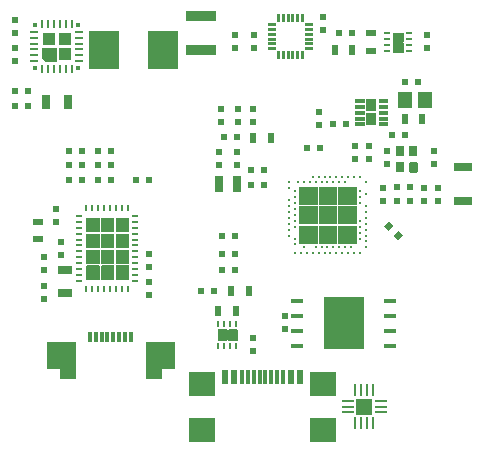
<source format=gtp>
G75*
%MOIN*%
%OFA0B0*%
%FSLAX25Y25*%
%IPPOS*%
%LPD*%
%AMOC8*
5,1,8,0,0,1.08239X$1,22.5*
%
%ADD10C,0.01000*%
%ADD11C,0.01083*%
%ADD12C,0.00100*%
%ADD13R,0.02362X0.01969*%
%ADD14R,0.01969X0.02362*%
%ADD15R,0.06100X0.02600*%
%ADD16R,0.02362X0.03543*%
%ADD17R,0.03900X0.01000*%
%ADD18R,0.01000X0.03900*%
%ADD19R,0.05700X0.05700*%
%ADD20R,0.04000X0.01700*%
%ADD21R,0.13800X0.17300*%
%ADD22R,0.02362X0.00984*%
%ADD23R,0.00984X0.02362*%
%ADD24C,0.00039*%
%ADD25R,0.00984X0.02756*%
%ADD26R,0.02756X0.00984*%
%ADD27R,0.04429X0.04429*%
%ADD28R,0.01476X0.01476*%
%ADD29C,0.00217*%
%ADD30R,0.09843X0.03543*%
%ADD31R,0.02756X0.05118*%
%ADD32R,0.10050X0.13000*%
%ADD33R,0.05118X0.02756*%
%ADD34R,0.03543X0.02362*%
%ADD35R,0.03309X0.03937*%
%ADD36R,0.03309X0.03943*%
%ADD37C,0.00074*%
%ADD38R,0.04724X0.05787*%
%ADD39R,0.02750X0.05500*%
%ADD40C,0.01575*%
%ADD41R,0.03150X0.03543*%
%ADD42R,0.02400X0.04500*%
%ADD43R,0.01200X0.04500*%
%ADD44R,0.08500X0.07900*%
%ADD45R,0.01200X0.03200*%
%ADD46R,0.00500X0.00500*%
%ADD47R,0.00984X0.01969*%
%ADD48R,0.06299X0.03543*%
%ADD49R,0.01969X0.00984*%
%ADD50R,0.03543X0.06299*%
D10*
X0136811Y0095472D03*
X0138780Y0095472D03*
X0140748Y0095472D03*
X0142717Y0095472D03*
X0144685Y0095472D03*
X0146654Y0095472D03*
X0148622Y0095472D03*
X0150591Y0095472D03*
X0152559Y0095472D03*
X0128937Y0093504D03*
X0137795Y0093504D03*
X0139764Y0093504D03*
X0141732Y0093504D03*
X0143701Y0093504D03*
X0145669Y0093504D03*
X0147638Y0093504D03*
X0154528Y0093504D03*
X0128937Y0091535D03*
X0130906Y0090551D03*
X0152559Y0090551D03*
X0154528Y0089567D03*
X0130906Y0088583D03*
X0152559Y0088583D03*
X0128937Y0087598D03*
X0130906Y0086614D03*
X0152559Y0086614D03*
X0128937Y0085630D03*
X0154528Y0085630D03*
X0130906Y0084646D03*
X0128937Y0083661D03*
X0154528Y0083661D03*
X0130906Y0082677D03*
X0128937Y0081693D03*
X0154528Y0081693D03*
X0130906Y0080709D03*
X0152559Y0080709D03*
X0128937Y0079724D03*
X0154528Y0079724D03*
X0130906Y0078740D03*
X0152559Y0078740D03*
X0128937Y0077756D03*
X0154528Y0077756D03*
X0152559Y0076772D03*
X0128937Y0075787D03*
X0154528Y0075787D03*
X0130906Y0074803D03*
X0152559Y0074803D03*
X0154528Y0073819D03*
X0130906Y0072835D03*
X0133858Y0071850D03*
X0137795Y0071850D03*
X0139764Y0071850D03*
X0141732Y0071850D03*
X0143701Y0071850D03*
X0145669Y0071850D03*
X0147638Y0071850D03*
X0149606Y0071850D03*
X0154528Y0071850D03*
X0130906Y0069882D03*
X0132874Y0069882D03*
X0134843Y0069882D03*
X0136811Y0069882D03*
X0138780Y0069882D03*
X0140748Y0069882D03*
X0142717Y0069882D03*
X0144685Y0069882D03*
X0146654Y0069882D03*
X0148622Y0069882D03*
X0150591Y0069882D03*
X0152559Y0069882D03*
D11*
X0131890Y0093504D03*
X0133858Y0093504D03*
X0135827Y0093504D03*
D12*
X0132376Y0092033D02*
X0132376Y0086321D01*
X0138089Y0086321D01*
X0138089Y0092033D01*
X0132376Y0092033D01*
X0132376Y0086394D02*
X0138089Y0086394D01*
X0138089Y0086493D02*
X0132376Y0086493D01*
X0132376Y0086591D02*
X0138089Y0086591D01*
X0138089Y0086690D02*
X0132376Y0086690D01*
X0132376Y0086788D02*
X0138089Y0086788D01*
X0138089Y0086887D02*
X0132376Y0086887D01*
X0132376Y0086985D02*
X0138089Y0086985D01*
X0138089Y0087084D02*
X0132376Y0087084D01*
X0132376Y0087183D02*
X0138089Y0087183D01*
X0138089Y0087281D02*
X0132376Y0087281D01*
X0132376Y0087380D02*
X0138089Y0087380D01*
X0138089Y0087478D02*
X0132376Y0087478D01*
X0132376Y0087577D02*
X0138089Y0087577D01*
X0138089Y0087675D02*
X0132376Y0087675D01*
X0132376Y0087774D02*
X0138089Y0087774D01*
X0138089Y0087872D02*
X0132376Y0087872D01*
X0132376Y0087971D02*
X0138089Y0087971D01*
X0138089Y0088069D02*
X0132376Y0088069D01*
X0132376Y0088168D02*
X0138089Y0088168D01*
X0138089Y0088266D02*
X0132376Y0088266D01*
X0132376Y0088365D02*
X0138089Y0088365D01*
X0138089Y0088463D02*
X0132376Y0088463D01*
X0132376Y0088562D02*
X0138089Y0088562D01*
X0138089Y0088660D02*
X0132376Y0088660D01*
X0132376Y0088759D02*
X0138089Y0088759D01*
X0138089Y0088857D02*
X0132376Y0088857D01*
X0132376Y0088956D02*
X0138089Y0088956D01*
X0138089Y0089054D02*
X0132376Y0089054D01*
X0132376Y0089153D02*
X0138089Y0089153D01*
X0138089Y0089251D02*
X0132376Y0089251D01*
X0132376Y0089350D02*
X0138089Y0089350D01*
X0138089Y0089448D02*
X0132376Y0089448D01*
X0132376Y0089547D02*
X0138089Y0089547D01*
X0138089Y0089645D02*
X0132376Y0089645D01*
X0132376Y0089744D02*
X0138089Y0089744D01*
X0138089Y0089842D02*
X0132376Y0089842D01*
X0132376Y0089941D02*
X0138089Y0089941D01*
X0138089Y0090039D02*
X0132376Y0090039D01*
X0132376Y0090138D02*
X0138089Y0090138D01*
X0138089Y0090236D02*
X0132376Y0090236D01*
X0132376Y0090335D02*
X0138089Y0090335D01*
X0138089Y0090433D02*
X0132376Y0090433D01*
X0132376Y0090532D02*
X0138089Y0090532D01*
X0138089Y0090630D02*
X0132376Y0090630D01*
X0132376Y0090729D02*
X0138089Y0090729D01*
X0138089Y0090827D02*
X0132376Y0090827D01*
X0132376Y0090926D02*
X0138089Y0090926D01*
X0138089Y0091024D02*
X0132376Y0091024D01*
X0132376Y0091123D02*
X0138089Y0091123D01*
X0138089Y0091221D02*
X0132376Y0091221D01*
X0132376Y0091320D02*
X0138089Y0091320D01*
X0138089Y0091419D02*
X0132376Y0091419D01*
X0132376Y0091517D02*
X0138089Y0091517D01*
X0138089Y0091616D02*
X0132376Y0091616D01*
X0132376Y0091714D02*
X0138089Y0091714D01*
X0138089Y0091813D02*
X0132376Y0091813D01*
X0132376Y0091911D02*
X0138089Y0091911D01*
X0138089Y0092010D02*
X0132376Y0092010D01*
X0132376Y0085533D02*
X0132376Y0079821D01*
X0138089Y0079821D01*
X0138089Y0085533D01*
X0132376Y0085533D01*
X0132376Y0079893D02*
X0138089Y0079893D01*
X0138089Y0079991D02*
X0132376Y0079991D01*
X0132376Y0080090D02*
X0138089Y0080090D01*
X0138089Y0080188D02*
X0132376Y0080188D01*
X0132376Y0080287D02*
X0138089Y0080287D01*
X0138089Y0080385D02*
X0132376Y0080385D01*
X0132376Y0080484D02*
X0138089Y0080484D01*
X0138089Y0080582D02*
X0132376Y0080582D01*
X0132376Y0080681D02*
X0138089Y0080681D01*
X0138089Y0080779D02*
X0132376Y0080779D01*
X0132376Y0080878D02*
X0138089Y0080878D01*
X0138089Y0080976D02*
X0132376Y0080976D01*
X0132376Y0081075D02*
X0138089Y0081075D01*
X0138089Y0081173D02*
X0132376Y0081173D01*
X0132376Y0081272D02*
X0138089Y0081272D01*
X0138089Y0081370D02*
X0132376Y0081370D01*
X0132376Y0081469D02*
X0138089Y0081469D01*
X0138089Y0081567D02*
X0132376Y0081567D01*
X0132376Y0081666D02*
X0138089Y0081666D01*
X0138089Y0081764D02*
X0132376Y0081764D01*
X0132376Y0081863D02*
X0138089Y0081863D01*
X0138089Y0081961D02*
X0132376Y0081961D01*
X0132376Y0082060D02*
X0138089Y0082060D01*
X0138089Y0082158D02*
X0132376Y0082158D01*
X0132376Y0082257D02*
X0138089Y0082257D01*
X0138089Y0082355D02*
X0132376Y0082355D01*
X0132376Y0082454D02*
X0138089Y0082454D01*
X0138089Y0082552D02*
X0132376Y0082552D01*
X0132376Y0082651D02*
X0138089Y0082651D01*
X0138089Y0082750D02*
X0132376Y0082750D01*
X0132376Y0082848D02*
X0138089Y0082848D01*
X0138089Y0082947D02*
X0132376Y0082947D01*
X0132376Y0083045D02*
X0138089Y0083045D01*
X0138089Y0083144D02*
X0132376Y0083144D01*
X0132376Y0083242D02*
X0138089Y0083242D01*
X0138089Y0083341D02*
X0132376Y0083341D01*
X0132376Y0083439D02*
X0138089Y0083439D01*
X0138089Y0083538D02*
X0132376Y0083538D01*
X0132376Y0083636D02*
X0138089Y0083636D01*
X0138089Y0083735D02*
X0132376Y0083735D01*
X0132376Y0083833D02*
X0138089Y0083833D01*
X0138089Y0083932D02*
X0132376Y0083932D01*
X0132376Y0084030D02*
X0138089Y0084030D01*
X0138089Y0084129D02*
X0132376Y0084129D01*
X0132376Y0084227D02*
X0138089Y0084227D01*
X0138089Y0084326D02*
X0132376Y0084326D01*
X0132376Y0084424D02*
X0138089Y0084424D01*
X0138089Y0084523D02*
X0132376Y0084523D01*
X0132376Y0084621D02*
X0138089Y0084621D01*
X0138089Y0084720D02*
X0132376Y0084720D01*
X0132376Y0084818D02*
X0138089Y0084818D01*
X0138089Y0084917D02*
X0132376Y0084917D01*
X0132376Y0085015D02*
X0138089Y0085015D01*
X0138089Y0085114D02*
X0132376Y0085114D01*
X0132376Y0085212D02*
X0138089Y0085212D01*
X0138089Y0085311D02*
X0132376Y0085311D01*
X0132376Y0085409D02*
X0138089Y0085409D01*
X0138089Y0085508D02*
X0132376Y0085508D01*
X0132376Y0079033D02*
X0132376Y0073321D01*
X0138089Y0073321D01*
X0138089Y0079033D01*
X0132376Y0079033D01*
X0132376Y0073391D02*
X0138089Y0073391D01*
X0138089Y0073489D02*
X0132376Y0073489D01*
X0132376Y0073588D02*
X0138089Y0073588D01*
X0138089Y0073686D02*
X0132376Y0073686D01*
X0132376Y0073785D02*
X0138089Y0073785D01*
X0138089Y0073883D02*
X0132376Y0073883D01*
X0132376Y0073982D02*
X0138089Y0073982D01*
X0138089Y0074081D02*
X0132376Y0074081D01*
X0132376Y0074179D02*
X0138089Y0074179D01*
X0138089Y0074278D02*
X0132376Y0074278D01*
X0132376Y0074376D02*
X0138089Y0074376D01*
X0138089Y0074475D02*
X0132376Y0074475D01*
X0132376Y0074573D02*
X0138089Y0074573D01*
X0138089Y0074672D02*
X0132376Y0074672D01*
X0132376Y0074770D02*
X0138089Y0074770D01*
X0138089Y0074869D02*
X0132376Y0074869D01*
X0132376Y0074967D02*
X0138089Y0074967D01*
X0138089Y0075066D02*
X0132376Y0075066D01*
X0132376Y0075164D02*
X0138089Y0075164D01*
X0138089Y0075263D02*
X0132376Y0075263D01*
X0132376Y0075361D02*
X0138089Y0075361D01*
X0138089Y0075460D02*
X0132376Y0075460D01*
X0132376Y0075558D02*
X0138089Y0075558D01*
X0138089Y0075657D02*
X0132376Y0075657D01*
X0132376Y0075755D02*
X0138089Y0075755D01*
X0138089Y0075854D02*
X0132376Y0075854D01*
X0132376Y0075952D02*
X0138089Y0075952D01*
X0138089Y0076051D02*
X0132376Y0076051D01*
X0132376Y0076149D02*
X0138089Y0076149D01*
X0138089Y0076248D02*
X0132376Y0076248D01*
X0132376Y0076346D02*
X0138089Y0076346D01*
X0138089Y0076445D02*
X0132376Y0076445D01*
X0132376Y0076543D02*
X0138089Y0076543D01*
X0138089Y0076642D02*
X0132376Y0076642D01*
X0132376Y0076740D02*
X0138089Y0076740D01*
X0138089Y0076839D02*
X0132376Y0076839D01*
X0132376Y0076937D02*
X0138089Y0076937D01*
X0138089Y0077036D02*
X0132376Y0077036D01*
X0132376Y0077134D02*
X0138089Y0077134D01*
X0138089Y0077233D02*
X0132376Y0077233D01*
X0132376Y0077331D02*
X0138089Y0077331D01*
X0138089Y0077430D02*
X0132376Y0077430D01*
X0132376Y0077528D02*
X0138089Y0077528D01*
X0138089Y0077627D02*
X0132376Y0077627D01*
X0132376Y0077725D02*
X0138089Y0077725D01*
X0138089Y0077824D02*
X0132376Y0077824D01*
X0132376Y0077922D02*
X0138089Y0077922D01*
X0138089Y0078021D02*
X0132376Y0078021D01*
X0132376Y0078119D02*
X0138089Y0078119D01*
X0138089Y0078218D02*
X0132376Y0078218D01*
X0132376Y0078316D02*
X0138089Y0078316D01*
X0138089Y0078415D02*
X0132376Y0078415D01*
X0132376Y0078514D02*
X0138089Y0078514D01*
X0138089Y0078612D02*
X0132376Y0078612D01*
X0132376Y0078711D02*
X0138089Y0078711D01*
X0138089Y0078809D02*
X0132376Y0078809D01*
X0132376Y0078908D02*
X0138089Y0078908D01*
X0138089Y0079006D02*
X0132376Y0079006D01*
X0138876Y0092033D02*
X0138876Y0086321D01*
X0144589Y0086321D01*
X0144589Y0092033D01*
X0138876Y0092033D01*
X0138876Y0086394D02*
X0144589Y0086394D01*
X0144589Y0086493D02*
X0138876Y0086493D01*
X0138876Y0086591D02*
X0144589Y0086591D01*
X0144589Y0086690D02*
X0138876Y0086690D01*
X0138876Y0086788D02*
X0144589Y0086788D01*
X0144589Y0086887D02*
X0138876Y0086887D01*
X0138876Y0086985D02*
X0144589Y0086985D01*
X0144589Y0087084D02*
X0138876Y0087084D01*
X0138876Y0087183D02*
X0144589Y0087183D01*
X0144589Y0087281D02*
X0138876Y0087281D01*
X0138876Y0087380D02*
X0144589Y0087380D01*
X0144589Y0087478D02*
X0138876Y0087478D01*
X0138876Y0087577D02*
X0144589Y0087577D01*
X0144589Y0087675D02*
X0138876Y0087675D01*
X0138876Y0087774D02*
X0144589Y0087774D01*
X0144589Y0087872D02*
X0138876Y0087872D01*
X0138876Y0087971D02*
X0144589Y0087971D01*
X0144589Y0088069D02*
X0138876Y0088069D01*
X0138876Y0088168D02*
X0144589Y0088168D01*
X0144589Y0088266D02*
X0138876Y0088266D01*
X0138876Y0088365D02*
X0144589Y0088365D01*
X0144589Y0088463D02*
X0138876Y0088463D01*
X0138876Y0088562D02*
X0144589Y0088562D01*
X0144589Y0088660D02*
X0138876Y0088660D01*
X0138876Y0088759D02*
X0144589Y0088759D01*
X0144589Y0088857D02*
X0138876Y0088857D01*
X0138876Y0088956D02*
X0144589Y0088956D01*
X0144589Y0089054D02*
X0138876Y0089054D01*
X0138876Y0089153D02*
X0144589Y0089153D01*
X0144589Y0089251D02*
X0138876Y0089251D01*
X0138876Y0089350D02*
X0144589Y0089350D01*
X0144589Y0089448D02*
X0138876Y0089448D01*
X0138876Y0089547D02*
X0144589Y0089547D01*
X0144589Y0089645D02*
X0138876Y0089645D01*
X0138876Y0089744D02*
X0144589Y0089744D01*
X0144589Y0089842D02*
X0138876Y0089842D01*
X0138876Y0089941D02*
X0144589Y0089941D01*
X0144589Y0090039D02*
X0138876Y0090039D01*
X0138876Y0090138D02*
X0144589Y0090138D01*
X0144589Y0090236D02*
X0138876Y0090236D01*
X0138876Y0090335D02*
X0144589Y0090335D01*
X0144589Y0090433D02*
X0138876Y0090433D01*
X0138876Y0090532D02*
X0144589Y0090532D01*
X0144589Y0090630D02*
X0138876Y0090630D01*
X0138876Y0090729D02*
X0144589Y0090729D01*
X0144589Y0090827D02*
X0138876Y0090827D01*
X0138876Y0090926D02*
X0144589Y0090926D01*
X0144589Y0091024D02*
X0138876Y0091024D01*
X0138876Y0091123D02*
X0144589Y0091123D01*
X0144589Y0091221D02*
X0138876Y0091221D01*
X0138876Y0091320D02*
X0144589Y0091320D01*
X0144589Y0091419D02*
X0138876Y0091419D01*
X0138876Y0091517D02*
X0144589Y0091517D01*
X0144589Y0091616D02*
X0138876Y0091616D01*
X0138876Y0091714D02*
X0144589Y0091714D01*
X0144589Y0091813D02*
X0138876Y0091813D01*
X0138876Y0091911D02*
X0144589Y0091911D01*
X0144589Y0092010D02*
X0138876Y0092010D01*
X0138876Y0085533D02*
X0138876Y0079821D01*
X0144589Y0079821D01*
X0144589Y0085533D01*
X0138876Y0085533D01*
X0138876Y0079893D02*
X0144589Y0079893D01*
X0144589Y0079991D02*
X0138876Y0079991D01*
X0138876Y0080090D02*
X0144589Y0080090D01*
X0144589Y0080188D02*
X0138876Y0080188D01*
X0138876Y0080287D02*
X0144589Y0080287D01*
X0144589Y0080385D02*
X0138876Y0080385D01*
X0138876Y0080484D02*
X0144589Y0080484D01*
X0144589Y0080582D02*
X0138876Y0080582D01*
X0138876Y0080681D02*
X0144589Y0080681D01*
X0144589Y0080779D02*
X0138876Y0080779D01*
X0138876Y0080878D02*
X0144589Y0080878D01*
X0144589Y0080976D02*
X0138876Y0080976D01*
X0138876Y0081075D02*
X0144589Y0081075D01*
X0144589Y0081173D02*
X0138876Y0081173D01*
X0138876Y0081272D02*
X0144589Y0081272D01*
X0144589Y0081370D02*
X0138876Y0081370D01*
X0138876Y0081469D02*
X0144589Y0081469D01*
X0144589Y0081567D02*
X0138876Y0081567D01*
X0138876Y0081666D02*
X0144589Y0081666D01*
X0144589Y0081764D02*
X0138876Y0081764D01*
X0138876Y0081863D02*
X0144589Y0081863D01*
X0144589Y0081961D02*
X0138876Y0081961D01*
X0138876Y0082060D02*
X0144589Y0082060D01*
X0144589Y0082158D02*
X0138876Y0082158D01*
X0138876Y0082257D02*
X0144589Y0082257D01*
X0144589Y0082355D02*
X0138876Y0082355D01*
X0138876Y0082454D02*
X0144589Y0082454D01*
X0144589Y0082552D02*
X0138876Y0082552D01*
X0138876Y0082651D02*
X0144589Y0082651D01*
X0144589Y0082750D02*
X0138876Y0082750D01*
X0138876Y0082848D02*
X0144589Y0082848D01*
X0144589Y0082947D02*
X0138876Y0082947D01*
X0138876Y0083045D02*
X0144589Y0083045D01*
X0144589Y0083144D02*
X0138876Y0083144D01*
X0138876Y0083242D02*
X0144589Y0083242D01*
X0144589Y0083341D02*
X0138876Y0083341D01*
X0138876Y0083439D02*
X0144589Y0083439D01*
X0144589Y0083538D02*
X0138876Y0083538D01*
X0138876Y0083636D02*
X0144589Y0083636D01*
X0144589Y0083735D02*
X0138876Y0083735D01*
X0138876Y0083833D02*
X0144589Y0083833D01*
X0144589Y0083932D02*
X0138876Y0083932D01*
X0138876Y0084030D02*
X0144589Y0084030D01*
X0144589Y0084129D02*
X0138876Y0084129D01*
X0138876Y0084227D02*
X0144589Y0084227D01*
X0144589Y0084326D02*
X0138876Y0084326D01*
X0138876Y0084424D02*
X0144589Y0084424D01*
X0144589Y0084523D02*
X0138876Y0084523D01*
X0138876Y0084621D02*
X0144589Y0084621D01*
X0144589Y0084720D02*
X0138876Y0084720D01*
X0138876Y0084818D02*
X0144589Y0084818D01*
X0144589Y0084917D02*
X0138876Y0084917D01*
X0138876Y0085015D02*
X0144589Y0085015D01*
X0144589Y0085114D02*
X0138876Y0085114D01*
X0138876Y0085212D02*
X0144589Y0085212D01*
X0144589Y0085311D02*
X0138876Y0085311D01*
X0138876Y0085409D02*
X0144589Y0085409D01*
X0144589Y0085508D02*
X0138876Y0085508D01*
X0138876Y0079033D02*
X0138876Y0073321D01*
X0144589Y0073321D01*
X0144589Y0079033D01*
X0138876Y0079033D01*
X0138876Y0073391D02*
X0144589Y0073391D01*
X0144589Y0073489D02*
X0138876Y0073489D01*
X0138876Y0073588D02*
X0144589Y0073588D01*
X0144589Y0073686D02*
X0138876Y0073686D01*
X0138876Y0073785D02*
X0144589Y0073785D01*
X0144589Y0073883D02*
X0138876Y0073883D01*
X0138876Y0073982D02*
X0144589Y0073982D01*
X0144589Y0074081D02*
X0138876Y0074081D01*
X0138876Y0074179D02*
X0144589Y0074179D01*
X0144589Y0074278D02*
X0138876Y0074278D01*
X0138876Y0074376D02*
X0144589Y0074376D01*
X0144589Y0074475D02*
X0138876Y0074475D01*
X0138876Y0074573D02*
X0144589Y0074573D01*
X0144589Y0074672D02*
X0138876Y0074672D01*
X0138876Y0074770D02*
X0144589Y0074770D01*
X0144589Y0074869D02*
X0138876Y0074869D01*
X0138876Y0074967D02*
X0144589Y0074967D01*
X0144589Y0075066D02*
X0138876Y0075066D01*
X0138876Y0075164D02*
X0144589Y0075164D01*
X0144589Y0075263D02*
X0138876Y0075263D01*
X0138876Y0075361D02*
X0144589Y0075361D01*
X0144589Y0075460D02*
X0138876Y0075460D01*
X0138876Y0075558D02*
X0144589Y0075558D01*
X0144589Y0075657D02*
X0138876Y0075657D01*
X0138876Y0075755D02*
X0144589Y0075755D01*
X0144589Y0075854D02*
X0138876Y0075854D01*
X0138876Y0075952D02*
X0144589Y0075952D01*
X0144589Y0076051D02*
X0138876Y0076051D01*
X0138876Y0076149D02*
X0144589Y0076149D01*
X0144589Y0076248D02*
X0138876Y0076248D01*
X0138876Y0076346D02*
X0144589Y0076346D01*
X0144589Y0076445D02*
X0138876Y0076445D01*
X0138876Y0076543D02*
X0144589Y0076543D01*
X0144589Y0076642D02*
X0138876Y0076642D01*
X0138876Y0076740D02*
X0144589Y0076740D01*
X0144589Y0076839D02*
X0138876Y0076839D01*
X0138876Y0076937D02*
X0144589Y0076937D01*
X0144589Y0077036D02*
X0138876Y0077036D01*
X0138876Y0077134D02*
X0144589Y0077134D01*
X0144589Y0077233D02*
X0138876Y0077233D01*
X0138876Y0077331D02*
X0144589Y0077331D01*
X0144589Y0077430D02*
X0138876Y0077430D01*
X0138876Y0077528D02*
X0144589Y0077528D01*
X0144589Y0077627D02*
X0138876Y0077627D01*
X0138876Y0077725D02*
X0144589Y0077725D01*
X0144589Y0077824D02*
X0138876Y0077824D01*
X0138876Y0077922D02*
X0144589Y0077922D01*
X0144589Y0078021D02*
X0138876Y0078021D01*
X0138876Y0078119D02*
X0144589Y0078119D01*
X0144589Y0078218D02*
X0138876Y0078218D01*
X0138876Y0078316D02*
X0144589Y0078316D01*
X0144589Y0078415D02*
X0138876Y0078415D01*
X0138876Y0078514D02*
X0144589Y0078514D01*
X0144589Y0078612D02*
X0138876Y0078612D01*
X0138876Y0078711D02*
X0144589Y0078711D01*
X0144589Y0078809D02*
X0138876Y0078809D01*
X0138876Y0078908D02*
X0144589Y0078908D01*
X0144589Y0079006D02*
X0138876Y0079006D01*
X0145376Y0092033D02*
X0145376Y0086321D01*
X0151089Y0086321D01*
X0151089Y0092033D01*
X0145376Y0092033D01*
X0145376Y0086394D02*
X0151089Y0086394D01*
X0151089Y0086493D02*
X0145376Y0086493D01*
X0145376Y0086591D02*
X0151089Y0086591D01*
X0151089Y0086690D02*
X0145376Y0086690D01*
X0145376Y0086788D02*
X0151089Y0086788D01*
X0151089Y0086887D02*
X0145376Y0086887D01*
X0145376Y0086985D02*
X0151089Y0086985D01*
X0151089Y0087084D02*
X0145376Y0087084D01*
X0145376Y0087183D02*
X0151089Y0087183D01*
X0151089Y0087281D02*
X0145376Y0087281D01*
X0145376Y0087380D02*
X0151089Y0087380D01*
X0151089Y0087478D02*
X0145376Y0087478D01*
X0145376Y0087577D02*
X0151089Y0087577D01*
X0151089Y0087675D02*
X0145376Y0087675D01*
X0145376Y0087774D02*
X0151089Y0087774D01*
X0151089Y0087872D02*
X0145376Y0087872D01*
X0145376Y0087971D02*
X0151089Y0087971D01*
X0151089Y0088069D02*
X0145376Y0088069D01*
X0145376Y0088168D02*
X0151089Y0088168D01*
X0151089Y0088266D02*
X0145376Y0088266D01*
X0145376Y0088365D02*
X0151089Y0088365D01*
X0151089Y0088463D02*
X0145376Y0088463D01*
X0145376Y0088562D02*
X0151089Y0088562D01*
X0151089Y0088660D02*
X0145376Y0088660D01*
X0145376Y0088759D02*
X0151089Y0088759D01*
X0151089Y0088857D02*
X0145376Y0088857D01*
X0145376Y0088956D02*
X0151089Y0088956D01*
X0151089Y0089054D02*
X0145376Y0089054D01*
X0145376Y0089153D02*
X0151089Y0089153D01*
X0151089Y0089251D02*
X0145376Y0089251D01*
X0145376Y0089350D02*
X0151089Y0089350D01*
X0151089Y0089448D02*
X0145376Y0089448D01*
X0145376Y0089547D02*
X0151089Y0089547D01*
X0151089Y0089645D02*
X0145376Y0089645D01*
X0145376Y0089744D02*
X0151089Y0089744D01*
X0151089Y0089842D02*
X0145376Y0089842D01*
X0145376Y0089941D02*
X0151089Y0089941D01*
X0151089Y0090039D02*
X0145376Y0090039D01*
X0145376Y0090138D02*
X0151089Y0090138D01*
X0151089Y0090236D02*
X0145376Y0090236D01*
X0145376Y0090335D02*
X0151089Y0090335D01*
X0151089Y0090433D02*
X0145376Y0090433D01*
X0145376Y0090532D02*
X0151089Y0090532D01*
X0151089Y0090630D02*
X0145376Y0090630D01*
X0145376Y0090729D02*
X0151089Y0090729D01*
X0151089Y0090827D02*
X0145376Y0090827D01*
X0145376Y0090926D02*
X0151089Y0090926D01*
X0151089Y0091024D02*
X0145376Y0091024D01*
X0145376Y0091123D02*
X0151089Y0091123D01*
X0151089Y0091221D02*
X0145376Y0091221D01*
X0145376Y0091320D02*
X0151089Y0091320D01*
X0151089Y0091419D02*
X0145376Y0091419D01*
X0145376Y0091517D02*
X0151089Y0091517D01*
X0151089Y0091616D02*
X0145376Y0091616D01*
X0145376Y0091714D02*
X0151089Y0091714D01*
X0151089Y0091813D02*
X0145376Y0091813D01*
X0145376Y0091911D02*
X0151089Y0091911D01*
X0151089Y0092010D02*
X0145376Y0092010D01*
X0145376Y0085533D02*
X0145376Y0079821D01*
X0151089Y0079821D01*
X0151089Y0085533D01*
X0145376Y0085533D01*
X0145376Y0079893D02*
X0151089Y0079893D01*
X0151089Y0079991D02*
X0145376Y0079991D01*
X0145376Y0080090D02*
X0151089Y0080090D01*
X0151089Y0080188D02*
X0145376Y0080188D01*
X0145376Y0080287D02*
X0151089Y0080287D01*
X0151089Y0080385D02*
X0145376Y0080385D01*
X0145376Y0080484D02*
X0151089Y0080484D01*
X0151089Y0080582D02*
X0145376Y0080582D01*
X0145376Y0080681D02*
X0151089Y0080681D01*
X0151089Y0080779D02*
X0145376Y0080779D01*
X0145376Y0080878D02*
X0151089Y0080878D01*
X0151089Y0080976D02*
X0145376Y0080976D01*
X0145376Y0081075D02*
X0151089Y0081075D01*
X0151089Y0081173D02*
X0145376Y0081173D01*
X0145376Y0081272D02*
X0151089Y0081272D01*
X0151089Y0081370D02*
X0145376Y0081370D01*
X0145376Y0081469D02*
X0151089Y0081469D01*
X0151089Y0081567D02*
X0145376Y0081567D01*
X0145376Y0081666D02*
X0151089Y0081666D01*
X0151089Y0081764D02*
X0145376Y0081764D01*
X0145376Y0081863D02*
X0151089Y0081863D01*
X0151089Y0081961D02*
X0145376Y0081961D01*
X0145376Y0082060D02*
X0151089Y0082060D01*
X0151089Y0082158D02*
X0145376Y0082158D01*
X0145376Y0082257D02*
X0151089Y0082257D01*
X0151089Y0082355D02*
X0145376Y0082355D01*
X0145376Y0082454D02*
X0151089Y0082454D01*
X0151089Y0082552D02*
X0145376Y0082552D01*
X0145376Y0082651D02*
X0151089Y0082651D01*
X0151089Y0082750D02*
X0145376Y0082750D01*
X0145376Y0082848D02*
X0151089Y0082848D01*
X0151089Y0082947D02*
X0145376Y0082947D01*
X0145376Y0083045D02*
X0151089Y0083045D01*
X0151089Y0083144D02*
X0145376Y0083144D01*
X0145376Y0083242D02*
X0151089Y0083242D01*
X0151089Y0083341D02*
X0145376Y0083341D01*
X0145376Y0083439D02*
X0151089Y0083439D01*
X0151089Y0083538D02*
X0145376Y0083538D01*
X0145376Y0083636D02*
X0151089Y0083636D01*
X0151089Y0083735D02*
X0145376Y0083735D01*
X0145376Y0083833D02*
X0151089Y0083833D01*
X0151089Y0083932D02*
X0145376Y0083932D01*
X0145376Y0084030D02*
X0151089Y0084030D01*
X0151089Y0084129D02*
X0145376Y0084129D01*
X0145376Y0084227D02*
X0151089Y0084227D01*
X0151089Y0084326D02*
X0145376Y0084326D01*
X0145376Y0084424D02*
X0151089Y0084424D01*
X0151089Y0084523D02*
X0145376Y0084523D01*
X0145376Y0084621D02*
X0151089Y0084621D01*
X0151089Y0084720D02*
X0145376Y0084720D01*
X0145376Y0084818D02*
X0151089Y0084818D01*
X0151089Y0084917D02*
X0145376Y0084917D01*
X0145376Y0085015D02*
X0151089Y0085015D01*
X0151089Y0085114D02*
X0145376Y0085114D01*
X0145376Y0085212D02*
X0151089Y0085212D01*
X0151089Y0085311D02*
X0145376Y0085311D01*
X0145376Y0085409D02*
X0151089Y0085409D01*
X0151089Y0085508D02*
X0145376Y0085508D01*
X0145376Y0079033D02*
X0145376Y0073321D01*
X0151089Y0073321D01*
X0151089Y0079033D01*
X0145376Y0079033D01*
X0145376Y0073391D02*
X0151089Y0073391D01*
X0151089Y0073489D02*
X0145376Y0073489D01*
X0145376Y0073588D02*
X0151089Y0073588D01*
X0151089Y0073686D02*
X0145376Y0073686D01*
X0145376Y0073785D02*
X0151089Y0073785D01*
X0151089Y0073883D02*
X0145376Y0073883D01*
X0145376Y0073982D02*
X0151089Y0073982D01*
X0151089Y0074081D02*
X0145376Y0074081D01*
X0145376Y0074179D02*
X0151089Y0074179D01*
X0151089Y0074278D02*
X0145376Y0074278D01*
X0145376Y0074376D02*
X0151089Y0074376D01*
X0151089Y0074475D02*
X0145376Y0074475D01*
X0145376Y0074573D02*
X0151089Y0074573D01*
X0151089Y0074672D02*
X0145376Y0074672D01*
X0145376Y0074770D02*
X0151089Y0074770D01*
X0151089Y0074869D02*
X0145376Y0074869D01*
X0145376Y0074967D02*
X0151089Y0074967D01*
X0151089Y0075066D02*
X0145376Y0075066D01*
X0145376Y0075164D02*
X0151089Y0075164D01*
X0151089Y0075263D02*
X0145376Y0075263D01*
X0145376Y0075361D02*
X0151089Y0075361D01*
X0151089Y0075460D02*
X0145376Y0075460D01*
X0145376Y0075558D02*
X0151089Y0075558D01*
X0151089Y0075657D02*
X0145376Y0075657D01*
X0145376Y0075755D02*
X0151089Y0075755D01*
X0151089Y0075854D02*
X0145376Y0075854D01*
X0145376Y0075952D02*
X0151089Y0075952D01*
X0151089Y0076051D02*
X0145376Y0076051D01*
X0145376Y0076149D02*
X0151089Y0076149D01*
X0151089Y0076248D02*
X0145376Y0076248D01*
X0145376Y0076346D02*
X0151089Y0076346D01*
X0151089Y0076445D02*
X0145376Y0076445D01*
X0145376Y0076543D02*
X0151089Y0076543D01*
X0151089Y0076642D02*
X0145376Y0076642D01*
X0145376Y0076740D02*
X0151089Y0076740D01*
X0151089Y0076839D02*
X0145376Y0076839D01*
X0145376Y0076937D02*
X0151089Y0076937D01*
X0151089Y0077036D02*
X0145376Y0077036D01*
X0145376Y0077134D02*
X0151089Y0077134D01*
X0151089Y0077233D02*
X0145376Y0077233D01*
X0145376Y0077331D02*
X0151089Y0077331D01*
X0151089Y0077430D02*
X0145376Y0077430D01*
X0145376Y0077528D02*
X0151089Y0077528D01*
X0151089Y0077627D02*
X0145376Y0077627D01*
X0145376Y0077725D02*
X0151089Y0077725D01*
X0151089Y0077824D02*
X0145376Y0077824D01*
X0145376Y0077922D02*
X0151089Y0077922D01*
X0151089Y0078021D02*
X0145376Y0078021D01*
X0145376Y0078119D02*
X0151089Y0078119D01*
X0151089Y0078218D02*
X0145376Y0078218D01*
X0145376Y0078316D02*
X0151089Y0078316D01*
X0151089Y0078415D02*
X0145376Y0078415D01*
X0145376Y0078514D02*
X0151089Y0078514D01*
X0151089Y0078612D02*
X0145376Y0078612D01*
X0145376Y0078711D02*
X0151089Y0078711D01*
X0151089Y0078809D02*
X0145376Y0078809D01*
X0145376Y0078908D02*
X0151089Y0078908D01*
X0151089Y0079006D02*
X0145376Y0079006D01*
X0153660Y0038223D02*
X0153660Y0043202D01*
X0147548Y0043202D01*
X0147548Y0038223D01*
X0153660Y0038223D01*
X0153660Y0038321D02*
X0147548Y0038321D01*
X0147548Y0038419D02*
X0153660Y0038419D01*
X0153660Y0038518D02*
X0147548Y0038518D01*
X0147548Y0038616D02*
X0153660Y0038616D01*
X0153660Y0038715D02*
X0147548Y0038715D01*
X0147548Y0038813D02*
X0153660Y0038813D01*
X0153660Y0038912D02*
X0147548Y0038912D01*
X0147548Y0039010D02*
X0153660Y0039010D01*
X0153660Y0039109D02*
X0147548Y0039109D01*
X0147548Y0039208D02*
X0153660Y0039208D01*
X0153660Y0039306D02*
X0147548Y0039306D01*
X0147548Y0039405D02*
X0153660Y0039405D01*
X0153660Y0039503D02*
X0147548Y0039503D01*
X0147548Y0039602D02*
X0153660Y0039602D01*
X0153660Y0039700D02*
X0147548Y0039700D01*
X0147548Y0039799D02*
X0153660Y0039799D01*
X0153660Y0039897D02*
X0147548Y0039897D01*
X0147548Y0039996D02*
X0153660Y0039996D01*
X0153660Y0040094D02*
X0147548Y0040094D01*
X0147548Y0040193D02*
X0153660Y0040193D01*
X0153660Y0040291D02*
X0147548Y0040291D01*
X0147548Y0040390D02*
X0153660Y0040390D01*
X0153660Y0040488D02*
X0147548Y0040488D01*
X0147548Y0040587D02*
X0153660Y0040587D01*
X0153660Y0040685D02*
X0147548Y0040685D01*
X0147548Y0040784D02*
X0153660Y0040784D01*
X0153660Y0040882D02*
X0147548Y0040882D01*
X0147548Y0040981D02*
X0153660Y0040981D01*
X0153660Y0041079D02*
X0147548Y0041079D01*
X0147548Y0041178D02*
X0153660Y0041178D01*
X0153660Y0041276D02*
X0147548Y0041276D01*
X0147548Y0041375D02*
X0153660Y0041375D01*
X0153660Y0041473D02*
X0147548Y0041473D01*
X0147548Y0041572D02*
X0153660Y0041572D01*
X0153660Y0041670D02*
X0147548Y0041670D01*
X0147548Y0041769D02*
X0153660Y0041769D01*
X0153660Y0041867D02*
X0147548Y0041867D01*
X0147548Y0041966D02*
X0153660Y0041966D01*
X0153660Y0042064D02*
X0147548Y0042064D01*
X0147548Y0042163D02*
X0153660Y0042163D01*
X0153660Y0042261D02*
X0147548Y0042261D01*
X0147548Y0042360D02*
X0153660Y0042360D01*
X0153660Y0042458D02*
X0147548Y0042458D01*
X0147548Y0042557D02*
X0153660Y0042557D01*
X0153660Y0042655D02*
X0147548Y0042655D01*
X0147548Y0042754D02*
X0153660Y0042754D01*
X0153660Y0042852D02*
X0147548Y0042852D01*
X0147548Y0042951D02*
X0153660Y0042951D01*
X0153660Y0043049D02*
X0147548Y0043049D01*
X0147548Y0043148D02*
X0153660Y0043148D01*
X0153660Y0043989D02*
X0153660Y0048969D01*
X0147548Y0048969D01*
X0147548Y0043989D01*
X0153660Y0043989D01*
X0153660Y0044035D02*
X0147548Y0044035D01*
X0147548Y0044133D02*
X0153660Y0044133D01*
X0153660Y0044232D02*
X0147548Y0044232D01*
X0147548Y0044330D02*
X0153660Y0044330D01*
X0153660Y0044429D02*
X0147548Y0044429D01*
X0147548Y0044527D02*
X0153660Y0044527D01*
X0153660Y0044626D02*
X0147548Y0044626D01*
X0147548Y0044724D02*
X0153660Y0044724D01*
X0153660Y0044823D02*
X0147548Y0044823D01*
X0147548Y0044921D02*
X0153660Y0044921D01*
X0153660Y0045020D02*
X0147548Y0045020D01*
X0147548Y0045118D02*
X0153660Y0045118D01*
X0153660Y0045217D02*
X0147548Y0045217D01*
X0147548Y0045315D02*
X0153660Y0045315D01*
X0153660Y0045414D02*
X0147548Y0045414D01*
X0147548Y0045512D02*
X0153660Y0045512D01*
X0153660Y0045611D02*
X0147548Y0045611D01*
X0147548Y0045709D02*
X0153660Y0045709D01*
X0153660Y0045808D02*
X0147548Y0045808D01*
X0147548Y0045906D02*
X0153660Y0045906D01*
X0153660Y0046005D02*
X0147548Y0046005D01*
X0147548Y0046103D02*
X0153660Y0046103D01*
X0153660Y0046202D02*
X0147548Y0046202D01*
X0147548Y0046300D02*
X0153660Y0046300D01*
X0153660Y0046399D02*
X0147548Y0046399D01*
X0147548Y0046497D02*
X0153660Y0046497D01*
X0153660Y0046596D02*
X0147548Y0046596D01*
X0147548Y0046694D02*
X0153660Y0046694D01*
X0153660Y0046793D02*
X0147548Y0046793D01*
X0147548Y0046891D02*
X0153660Y0046891D01*
X0153660Y0046990D02*
X0147548Y0046990D01*
X0147548Y0047088D02*
X0153660Y0047088D01*
X0153660Y0047187D02*
X0147548Y0047187D01*
X0147548Y0047285D02*
X0153660Y0047285D01*
X0153660Y0047384D02*
X0147548Y0047384D01*
X0147548Y0047482D02*
X0153660Y0047482D01*
X0153660Y0047581D02*
X0147548Y0047581D01*
X0147548Y0047679D02*
X0153660Y0047679D01*
X0153660Y0047778D02*
X0147548Y0047778D01*
X0147548Y0047877D02*
X0153660Y0047877D01*
X0153660Y0047975D02*
X0147548Y0047975D01*
X0147548Y0048074D02*
X0153660Y0048074D01*
X0153660Y0048172D02*
X0147548Y0048172D01*
X0147548Y0048271D02*
X0153660Y0048271D01*
X0153660Y0048369D02*
X0147548Y0048369D01*
X0147548Y0048468D02*
X0153660Y0048468D01*
X0153660Y0048566D02*
X0147548Y0048566D01*
X0147548Y0048665D02*
X0153660Y0048665D01*
X0153660Y0048763D02*
X0147548Y0048763D01*
X0147548Y0048862D02*
X0153660Y0048862D01*
X0153660Y0048960D02*
X0147548Y0048960D01*
X0153660Y0049756D02*
X0153660Y0054735D01*
X0147548Y0054735D01*
X0147548Y0049756D01*
X0153660Y0049756D01*
X0153660Y0049847D02*
X0147548Y0049847D01*
X0147548Y0049945D02*
X0153660Y0049945D01*
X0153660Y0050044D02*
X0147548Y0050044D01*
X0147548Y0050142D02*
X0153660Y0050142D01*
X0153660Y0050241D02*
X0147548Y0050241D01*
X0147548Y0050339D02*
X0153660Y0050339D01*
X0153660Y0050438D02*
X0147548Y0050438D01*
X0147548Y0050536D02*
X0153660Y0050536D01*
X0153660Y0050635D02*
X0147548Y0050635D01*
X0147548Y0050733D02*
X0153660Y0050733D01*
X0153660Y0050832D02*
X0147548Y0050832D01*
X0147548Y0050930D02*
X0153660Y0050930D01*
X0153660Y0051029D02*
X0147548Y0051029D01*
X0147548Y0051127D02*
X0153660Y0051127D01*
X0153660Y0051226D02*
X0147548Y0051226D01*
X0147548Y0051324D02*
X0153660Y0051324D01*
X0153660Y0051423D02*
X0147548Y0051423D01*
X0147548Y0051521D02*
X0153660Y0051521D01*
X0153660Y0051620D02*
X0147548Y0051620D01*
X0147548Y0051718D02*
X0153660Y0051718D01*
X0153660Y0051817D02*
X0147548Y0051817D01*
X0147548Y0051915D02*
X0153660Y0051915D01*
X0153660Y0052014D02*
X0147548Y0052014D01*
X0147548Y0052112D02*
X0153660Y0052112D01*
X0153660Y0052211D02*
X0147548Y0052211D01*
X0147548Y0052310D02*
X0153660Y0052310D01*
X0153660Y0052408D02*
X0147548Y0052408D01*
X0147548Y0052507D02*
X0153660Y0052507D01*
X0153660Y0052605D02*
X0147548Y0052605D01*
X0147548Y0052704D02*
X0153660Y0052704D01*
X0153660Y0052802D02*
X0147548Y0052802D01*
X0147548Y0052901D02*
X0153660Y0052901D01*
X0153660Y0052999D02*
X0147548Y0052999D01*
X0147548Y0053098D02*
X0153660Y0053098D01*
X0153660Y0053196D02*
X0147548Y0053196D01*
X0147548Y0053295D02*
X0153660Y0053295D01*
X0153660Y0053393D02*
X0147548Y0053393D01*
X0147548Y0053492D02*
X0153660Y0053492D01*
X0153660Y0053590D02*
X0147548Y0053590D01*
X0147548Y0053689D02*
X0153660Y0053689D01*
X0153660Y0053787D02*
X0147548Y0053787D01*
X0147548Y0053886D02*
X0153660Y0053886D01*
X0153660Y0053984D02*
X0147548Y0053984D01*
X0147548Y0054083D02*
X0153660Y0054083D01*
X0153660Y0054181D02*
X0147548Y0054181D01*
X0147548Y0054280D02*
X0153660Y0054280D01*
X0153660Y0054378D02*
X0147548Y0054378D01*
X0147548Y0054477D02*
X0153660Y0054477D01*
X0153660Y0054575D02*
X0147548Y0054575D01*
X0147548Y0054674D02*
X0153660Y0054674D01*
X0146760Y0038223D02*
X0146760Y0043202D01*
X0140648Y0043202D01*
X0140648Y0038223D01*
X0146760Y0038223D01*
X0146760Y0038321D02*
X0140648Y0038321D01*
X0140648Y0038419D02*
X0146760Y0038419D01*
X0146760Y0038518D02*
X0140648Y0038518D01*
X0140648Y0038616D02*
X0146760Y0038616D01*
X0146760Y0038715D02*
X0140648Y0038715D01*
X0140648Y0038813D02*
X0146760Y0038813D01*
X0146760Y0038912D02*
X0140648Y0038912D01*
X0140648Y0039010D02*
X0146760Y0039010D01*
X0146760Y0039109D02*
X0140648Y0039109D01*
X0140648Y0039208D02*
X0146760Y0039208D01*
X0146760Y0039306D02*
X0140648Y0039306D01*
X0140648Y0039405D02*
X0146760Y0039405D01*
X0146760Y0039503D02*
X0140648Y0039503D01*
X0140648Y0039602D02*
X0146760Y0039602D01*
X0146760Y0039700D02*
X0140648Y0039700D01*
X0140648Y0039799D02*
X0146760Y0039799D01*
X0146760Y0039897D02*
X0140648Y0039897D01*
X0140648Y0039996D02*
X0146760Y0039996D01*
X0146760Y0040094D02*
X0140648Y0040094D01*
X0140648Y0040193D02*
X0146760Y0040193D01*
X0146760Y0040291D02*
X0140648Y0040291D01*
X0140648Y0040390D02*
X0146760Y0040390D01*
X0146760Y0040488D02*
X0140648Y0040488D01*
X0140648Y0040587D02*
X0146760Y0040587D01*
X0146760Y0040685D02*
X0140648Y0040685D01*
X0140648Y0040784D02*
X0146760Y0040784D01*
X0146760Y0040882D02*
X0140648Y0040882D01*
X0140648Y0040981D02*
X0146760Y0040981D01*
X0146760Y0041079D02*
X0140648Y0041079D01*
X0140648Y0041178D02*
X0146760Y0041178D01*
X0146760Y0041276D02*
X0140648Y0041276D01*
X0140648Y0041375D02*
X0146760Y0041375D01*
X0146760Y0041473D02*
X0140648Y0041473D01*
X0140648Y0041572D02*
X0146760Y0041572D01*
X0146760Y0041670D02*
X0140648Y0041670D01*
X0140648Y0041769D02*
X0146760Y0041769D01*
X0146760Y0041867D02*
X0140648Y0041867D01*
X0140648Y0041966D02*
X0146760Y0041966D01*
X0146760Y0042064D02*
X0140648Y0042064D01*
X0140648Y0042163D02*
X0146760Y0042163D01*
X0146760Y0042261D02*
X0140648Y0042261D01*
X0140648Y0042360D02*
X0146760Y0042360D01*
X0146760Y0042458D02*
X0140648Y0042458D01*
X0140648Y0042557D02*
X0146760Y0042557D01*
X0146760Y0042655D02*
X0140648Y0042655D01*
X0140648Y0042754D02*
X0146760Y0042754D01*
X0146760Y0042852D02*
X0140648Y0042852D01*
X0140648Y0042951D02*
X0146760Y0042951D01*
X0146760Y0043049D02*
X0140648Y0043049D01*
X0140648Y0043148D02*
X0146760Y0043148D01*
X0146760Y0043989D02*
X0146760Y0048969D01*
X0140648Y0048969D01*
X0140648Y0043989D01*
X0146760Y0043989D01*
X0146760Y0044035D02*
X0140648Y0044035D01*
X0140648Y0044133D02*
X0146760Y0044133D01*
X0146760Y0044232D02*
X0140648Y0044232D01*
X0140648Y0044330D02*
X0146760Y0044330D01*
X0146760Y0044429D02*
X0140648Y0044429D01*
X0140648Y0044527D02*
X0146760Y0044527D01*
X0146760Y0044626D02*
X0140648Y0044626D01*
X0140648Y0044724D02*
X0146760Y0044724D01*
X0146760Y0044823D02*
X0140648Y0044823D01*
X0140648Y0044921D02*
X0146760Y0044921D01*
X0146760Y0045020D02*
X0140648Y0045020D01*
X0140648Y0045118D02*
X0146760Y0045118D01*
X0146760Y0045217D02*
X0140648Y0045217D01*
X0140648Y0045315D02*
X0146760Y0045315D01*
X0146760Y0045414D02*
X0140648Y0045414D01*
X0140648Y0045512D02*
X0146760Y0045512D01*
X0146760Y0045611D02*
X0140648Y0045611D01*
X0140648Y0045709D02*
X0146760Y0045709D01*
X0146760Y0045808D02*
X0140648Y0045808D01*
X0140648Y0045906D02*
X0146760Y0045906D01*
X0146760Y0046005D02*
X0140648Y0046005D01*
X0140648Y0046103D02*
X0146760Y0046103D01*
X0146760Y0046202D02*
X0140648Y0046202D01*
X0140648Y0046300D02*
X0146760Y0046300D01*
X0146760Y0046399D02*
X0140648Y0046399D01*
X0140648Y0046497D02*
X0146760Y0046497D01*
X0146760Y0046596D02*
X0140648Y0046596D01*
X0140648Y0046694D02*
X0146760Y0046694D01*
X0146760Y0046793D02*
X0140648Y0046793D01*
X0140648Y0046891D02*
X0146760Y0046891D01*
X0146760Y0046990D02*
X0140648Y0046990D01*
X0140648Y0047088D02*
X0146760Y0047088D01*
X0146760Y0047187D02*
X0140648Y0047187D01*
X0140648Y0047285D02*
X0146760Y0047285D01*
X0146760Y0047384D02*
X0140648Y0047384D01*
X0140648Y0047482D02*
X0146760Y0047482D01*
X0146760Y0047581D02*
X0140648Y0047581D01*
X0140648Y0047679D02*
X0146760Y0047679D01*
X0146760Y0047778D02*
X0140648Y0047778D01*
X0140648Y0047877D02*
X0146760Y0047877D01*
X0146760Y0047975D02*
X0140648Y0047975D01*
X0140648Y0048074D02*
X0146760Y0048074D01*
X0146760Y0048172D02*
X0140648Y0048172D01*
X0140648Y0048271D02*
X0146760Y0048271D01*
X0146760Y0048369D02*
X0140648Y0048369D01*
X0140648Y0048468D02*
X0146760Y0048468D01*
X0146760Y0048566D02*
X0140648Y0048566D01*
X0140648Y0048665D02*
X0146760Y0048665D01*
X0146760Y0048763D02*
X0140648Y0048763D01*
X0140648Y0048862D02*
X0146760Y0048862D01*
X0146760Y0048960D02*
X0140648Y0048960D01*
X0146760Y0049756D02*
X0146760Y0054735D01*
X0140648Y0054735D01*
X0140648Y0049756D01*
X0146760Y0049756D01*
X0146760Y0049847D02*
X0140648Y0049847D01*
X0140648Y0049945D02*
X0146760Y0049945D01*
X0146760Y0050044D02*
X0140648Y0050044D01*
X0140648Y0050142D02*
X0146760Y0050142D01*
X0146760Y0050241D02*
X0140648Y0050241D01*
X0140648Y0050339D02*
X0146760Y0050339D01*
X0146760Y0050438D02*
X0140648Y0050438D01*
X0140648Y0050536D02*
X0146760Y0050536D01*
X0146760Y0050635D02*
X0140648Y0050635D01*
X0140648Y0050733D02*
X0146760Y0050733D01*
X0146760Y0050832D02*
X0140648Y0050832D01*
X0140648Y0050930D02*
X0146760Y0050930D01*
X0146760Y0051029D02*
X0140648Y0051029D01*
X0140648Y0051127D02*
X0146760Y0051127D01*
X0146760Y0051226D02*
X0140648Y0051226D01*
X0140648Y0051324D02*
X0146760Y0051324D01*
X0146760Y0051423D02*
X0140648Y0051423D01*
X0140648Y0051521D02*
X0146760Y0051521D01*
X0146760Y0051620D02*
X0140648Y0051620D01*
X0140648Y0051718D02*
X0146760Y0051718D01*
X0146760Y0051817D02*
X0140648Y0051817D01*
X0140648Y0051915D02*
X0146760Y0051915D01*
X0146760Y0052014D02*
X0140648Y0052014D01*
X0140648Y0052112D02*
X0146760Y0052112D01*
X0146760Y0052211D02*
X0140648Y0052211D01*
X0140648Y0052310D02*
X0146760Y0052310D01*
X0146760Y0052408D02*
X0140648Y0052408D01*
X0140648Y0052507D02*
X0146760Y0052507D01*
X0146760Y0052605D02*
X0140648Y0052605D01*
X0140648Y0052704D02*
X0146760Y0052704D01*
X0146760Y0052802D02*
X0140648Y0052802D01*
X0140648Y0052901D02*
X0146760Y0052901D01*
X0146760Y0052999D02*
X0140648Y0052999D01*
X0140648Y0053098D02*
X0146760Y0053098D01*
X0146760Y0053196D02*
X0140648Y0053196D01*
X0140648Y0053295D02*
X0146760Y0053295D01*
X0146760Y0053393D02*
X0140648Y0053393D01*
X0140648Y0053492D02*
X0146760Y0053492D01*
X0146760Y0053590D02*
X0140648Y0053590D01*
X0140648Y0053689D02*
X0146760Y0053689D01*
X0146760Y0053787D02*
X0140648Y0053787D01*
X0140648Y0053886D02*
X0146760Y0053886D01*
X0146760Y0053984D02*
X0140648Y0053984D01*
X0140648Y0054083D02*
X0146760Y0054083D01*
X0146760Y0054181D02*
X0140648Y0054181D01*
X0140648Y0054280D02*
X0146760Y0054280D01*
X0146760Y0054378D02*
X0140648Y0054378D01*
X0140648Y0054477D02*
X0146760Y0054477D01*
X0146760Y0054575D02*
X0140648Y0054575D01*
X0140648Y0054674D02*
X0146760Y0054674D01*
X0065433Y0077421D02*
X0065236Y0077224D01*
X0061496Y0077224D01*
X0061299Y0077421D01*
X0061299Y0081555D01*
X0061496Y0081752D01*
X0065236Y0081752D01*
X0065433Y0081555D01*
X0065433Y0077421D01*
X0065245Y0077233D02*
X0061488Y0077233D01*
X0061389Y0077331D02*
X0065343Y0077331D01*
X0065433Y0077430D02*
X0061299Y0077430D01*
X0061299Y0077528D02*
X0065433Y0077528D01*
X0065433Y0077627D02*
X0061299Y0077627D01*
X0061299Y0077725D02*
X0065433Y0077725D01*
X0065433Y0077824D02*
X0061299Y0077824D01*
X0061299Y0077922D02*
X0065433Y0077922D01*
X0065433Y0078021D02*
X0061299Y0078021D01*
X0061299Y0078119D02*
X0065433Y0078119D01*
X0065433Y0078218D02*
X0061299Y0078218D01*
X0061299Y0078316D02*
X0065433Y0078316D01*
X0065433Y0078415D02*
X0061299Y0078415D01*
X0061299Y0078514D02*
X0065433Y0078514D01*
X0065433Y0078612D02*
X0061299Y0078612D01*
X0061299Y0078711D02*
X0065433Y0078711D01*
X0065433Y0078809D02*
X0061299Y0078809D01*
X0061299Y0078908D02*
X0065433Y0078908D01*
X0065433Y0079006D02*
X0061299Y0079006D01*
X0061299Y0079105D02*
X0065433Y0079105D01*
X0065433Y0079203D02*
X0061299Y0079203D01*
X0061299Y0079302D02*
X0065433Y0079302D01*
X0065433Y0079400D02*
X0061299Y0079400D01*
X0061299Y0079499D02*
X0065433Y0079499D01*
X0065433Y0079597D02*
X0061299Y0079597D01*
X0061299Y0079696D02*
X0065433Y0079696D01*
X0065433Y0079794D02*
X0061299Y0079794D01*
X0061299Y0079893D02*
X0065433Y0079893D01*
X0065433Y0079991D02*
X0061299Y0079991D01*
X0061299Y0080090D02*
X0065433Y0080090D01*
X0065433Y0080188D02*
X0061299Y0080188D01*
X0061299Y0080287D02*
X0065433Y0080287D01*
X0065433Y0080385D02*
X0061299Y0080385D01*
X0061299Y0080484D02*
X0065433Y0080484D01*
X0065433Y0080582D02*
X0061299Y0080582D01*
X0061299Y0080681D02*
X0065433Y0080681D01*
X0065433Y0080779D02*
X0061299Y0080779D01*
X0061299Y0080878D02*
X0065433Y0080878D01*
X0065433Y0080976D02*
X0061299Y0080976D01*
X0061299Y0081075D02*
X0065433Y0081075D01*
X0065433Y0081173D02*
X0061299Y0081173D01*
X0061299Y0081272D02*
X0065433Y0081272D01*
X0065433Y0081370D02*
X0061299Y0081370D01*
X0061299Y0081469D02*
X0065433Y0081469D01*
X0065421Y0081567D02*
X0061311Y0081567D01*
X0061410Y0081666D02*
X0065322Y0081666D01*
X0061299Y0076240D02*
X0061496Y0076437D01*
X0065236Y0076437D01*
X0065433Y0076240D01*
X0065433Y0072106D01*
X0065236Y0071909D01*
X0061496Y0071909D01*
X0061299Y0072106D01*
X0061299Y0076240D01*
X0061492Y0071913D02*
X0065240Y0071913D01*
X0065339Y0072012D02*
X0061394Y0072012D01*
X0061299Y0072110D02*
X0065433Y0072110D01*
X0065433Y0072209D02*
X0061299Y0072209D01*
X0061299Y0072307D02*
X0065433Y0072307D01*
X0065433Y0072406D02*
X0061299Y0072406D01*
X0061299Y0072504D02*
X0065433Y0072504D01*
X0065433Y0072603D02*
X0061299Y0072603D01*
X0061299Y0072701D02*
X0065433Y0072701D01*
X0065433Y0072800D02*
X0061299Y0072800D01*
X0061299Y0072898D02*
X0065433Y0072898D01*
X0065433Y0072997D02*
X0061299Y0072997D01*
X0061299Y0073095D02*
X0065433Y0073095D01*
X0065433Y0073194D02*
X0061299Y0073194D01*
X0061299Y0073292D02*
X0065433Y0073292D01*
X0065433Y0073391D02*
X0061299Y0073391D01*
X0061299Y0073489D02*
X0065433Y0073489D01*
X0065433Y0073588D02*
X0061299Y0073588D01*
X0061299Y0073686D02*
X0065433Y0073686D01*
X0065433Y0073785D02*
X0061299Y0073785D01*
X0061299Y0073883D02*
X0065433Y0073883D01*
X0065433Y0073982D02*
X0061299Y0073982D01*
X0061299Y0074081D02*
X0065433Y0074081D01*
X0065433Y0074179D02*
X0061299Y0074179D01*
X0061299Y0074278D02*
X0065433Y0074278D01*
X0065433Y0074376D02*
X0061299Y0074376D01*
X0061299Y0074475D02*
X0065433Y0074475D01*
X0065433Y0074573D02*
X0061299Y0074573D01*
X0061299Y0074672D02*
X0065433Y0074672D01*
X0065433Y0074770D02*
X0061299Y0074770D01*
X0061299Y0074869D02*
X0065433Y0074869D01*
X0065433Y0074967D02*
X0061299Y0074967D01*
X0061299Y0075066D02*
X0065433Y0075066D01*
X0065433Y0075164D02*
X0061299Y0075164D01*
X0061299Y0075263D02*
X0065433Y0075263D01*
X0065433Y0075361D02*
X0061299Y0075361D01*
X0061299Y0075460D02*
X0065433Y0075460D01*
X0065433Y0075558D02*
X0061299Y0075558D01*
X0061299Y0075657D02*
X0065433Y0075657D01*
X0065433Y0075755D02*
X0061299Y0075755D01*
X0061299Y0075854D02*
X0065433Y0075854D01*
X0065433Y0075952D02*
X0061299Y0075952D01*
X0061299Y0076051D02*
X0065433Y0076051D01*
X0065433Y0076149D02*
X0061299Y0076149D01*
X0061307Y0076248D02*
X0065425Y0076248D01*
X0065327Y0076346D02*
X0061405Y0076346D01*
X0065236Y0066594D02*
X0061496Y0066594D01*
X0061299Y0066791D01*
X0061299Y0070925D01*
X0061496Y0071122D01*
X0065236Y0071122D01*
X0065433Y0070925D01*
X0065433Y0066791D01*
X0065236Y0066594D01*
X0065334Y0066692D02*
X0061398Y0066692D01*
X0061300Y0066791D02*
X0065432Y0066791D01*
X0065433Y0066889D02*
X0061299Y0066889D01*
X0061299Y0066988D02*
X0065433Y0066988D01*
X0065433Y0067086D02*
X0061299Y0067086D01*
X0061299Y0067185D02*
X0065433Y0067185D01*
X0065433Y0067283D02*
X0061299Y0067283D01*
X0061299Y0067382D02*
X0065433Y0067382D01*
X0065433Y0067480D02*
X0061299Y0067480D01*
X0061299Y0067579D02*
X0065433Y0067579D01*
X0065433Y0067677D02*
X0061299Y0067677D01*
X0061299Y0067776D02*
X0065433Y0067776D01*
X0065433Y0067874D02*
X0061299Y0067874D01*
X0061299Y0067973D02*
X0065433Y0067973D01*
X0065433Y0068071D02*
X0061299Y0068071D01*
X0061299Y0068170D02*
X0065433Y0068170D01*
X0065433Y0068268D02*
X0061299Y0068268D01*
X0061299Y0068367D02*
X0065433Y0068367D01*
X0065433Y0068465D02*
X0061299Y0068465D01*
X0061299Y0068564D02*
X0065433Y0068564D01*
X0065433Y0068662D02*
X0061299Y0068662D01*
X0061299Y0068761D02*
X0065433Y0068761D01*
X0065433Y0068859D02*
X0061299Y0068859D01*
X0061299Y0068958D02*
X0065433Y0068958D01*
X0065433Y0069056D02*
X0061299Y0069056D01*
X0061299Y0069155D02*
X0065433Y0069155D01*
X0065433Y0069253D02*
X0061299Y0069253D01*
X0061299Y0069352D02*
X0065433Y0069352D01*
X0065433Y0069450D02*
X0061299Y0069450D01*
X0061299Y0069549D02*
X0065433Y0069549D01*
X0065433Y0069648D02*
X0061299Y0069648D01*
X0061299Y0069746D02*
X0065433Y0069746D01*
X0065433Y0069845D02*
X0061299Y0069845D01*
X0061299Y0069943D02*
X0065433Y0069943D01*
X0065433Y0070042D02*
X0061299Y0070042D01*
X0061299Y0070140D02*
X0065433Y0070140D01*
X0065433Y0070239D02*
X0061299Y0070239D01*
X0061299Y0070337D02*
X0065433Y0070337D01*
X0065433Y0070436D02*
X0061299Y0070436D01*
X0061299Y0070534D02*
X0065433Y0070534D01*
X0065433Y0070633D02*
X0061299Y0070633D01*
X0061299Y0070731D02*
X0065433Y0070731D01*
X0065433Y0070830D02*
X0061299Y0070830D01*
X0061302Y0070928D02*
X0065430Y0070928D01*
X0065332Y0071027D02*
X0061401Y0071027D01*
X0065236Y0065807D02*
X0065433Y0065610D01*
X0065433Y0061476D01*
X0065236Y0061280D01*
X0061496Y0061280D01*
X0061299Y0061476D01*
X0061299Y0065610D01*
X0061496Y0065807D01*
X0065236Y0065807D01*
X0065329Y0061373D02*
X0061403Y0061373D01*
X0061305Y0061471D02*
X0065428Y0061471D01*
X0065433Y0061570D02*
X0061299Y0061570D01*
X0061299Y0061668D02*
X0065433Y0061668D01*
X0065433Y0061767D02*
X0061299Y0061767D01*
X0061299Y0061865D02*
X0065433Y0061865D01*
X0065433Y0061964D02*
X0061299Y0061964D01*
X0061299Y0062062D02*
X0065433Y0062062D01*
X0065433Y0062161D02*
X0061299Y0062161D01*
X0061299Y0062259D02*
X0065433Y0062259D01*
X0065433Y0062358D02*
X0061299Y0062358D01*
X0061299Y0062456D02*
X0065433Y0062456D01*
X0065433Y0062555D02*
X0061299Y0062555D01*
X0061299Y0062653D02*
X0065433Y0062653D01*
X0065433Y0062752D02*
X0061299Y0062752D01*
X0061299Y0062850D02*
X0065433Y0062850D01*
X0065433Y0062949D02*
X0061299Y0062949D01*
X0061299Y0063047D02*
X0065433Y0063047D01*
X0065433Y0063146D02*
X0061299Y0063146D01*
X0061299Y0063244D02*
X0065433Y0063244D01*
X0065433Y0063343D02*
X0061299Y0063343D01*
X0061299Y0063441D02*
X0065433Y0063441D01*
X0065433Y0063540D02*
X0061299Y0063540D01*
X0061299Y0063638D02*
X0065433Y0063638D01*
X0065433Y0063737D02*
X0061299Y0063737D01*
X0061299Y0063835D02*
X0065433Y0063835D01*
X0065433Y0063934D02*
X0061299Y0063934D01*
X0061299Y0064032D02*
X0065433Y0064032D01*
X0065433Y0064131D02*
X0061299Y0064131D01*
X0061299Y0064229D02*
X0065433Y0064229D01*
X0065433Y0064328D02*
X0061299Y0064328D01*
X0061299Y0064426D02*
X0065433Y0064426D01*
X0065433Y0064525D02*
X0061299Y0064525D01*
X0061299Y0064623D02*
X0065433Y0064623D01*
X0065433Y0064722D02*
X0061299Y0064722D01*
X0061299Y0064820D02*
X0065433Y0064820D01*
X0065433Y0064919D02*
X0061299Y0064919D01*
X0061299Y0065017D02*
X0065433Y0065017D01*
X0065433Y0065116D02*
X0061299Y0065116D01*
X0061299Y0065214D02*
X0065433Y0065214D01*
X0065433Y0065313D02*
X0061299Y0065313D01*
X0061299Y0065412D02*
X0065433Y0065412D01*
X0065433Y0065510D02*
X0061299Y0065510D01*
X0061299Y0065609D02*
X0065433Y0065609D01*
X0065336Y0065707D02*
X0061396Y0065707D01*
X0061495Y0065806D02*
X0065238Y0065806D01*
X0071142Y0081555D02*
X0071339Y0081752D01*
X0075079Y0081752D01*
X0075276Y0081555D01*
X0075276Y0077421D01*
X0075079Y0077224D01*
X0071339Y0077224D01*
X0071142Y0077421D01*
X0071142Y0081555D01*
X0071330Y0077233D02*
X0075087Y0077233D01*
X0075186Y0077331D02*
X0071232Y0077331D01*
X0071142Y0077430D02*
X0075276Y0077430D01*
X0075276Y0077528D02*
X0071142Y0077528D01*
X0071142Y0077627D02*
X0075276Y0077627D01*
X0075276Y0077725D02*
X0071142Y0077725D01*
X0071142Y0077824D02*
X0075276Y0077824D01*
X0075276Y0077922D02*
X0071142Y0077922D01*
X0071142Y0078021D02*
X0075276Y0078021D01*
X0075276Y0078119D02*
X0071142Y0078119D01*
X0071142Y0078218D02*
X0075276Y0078218D01*
X0075276Y0078316D02*
X0071142Y0078316D01*
X0071142Y0078415D02*
X0075276Y0078415D01*
X0075276Y0078514D02*
X0071142Y0078514D01*
X0071142Y0078612D02*
X0075276Y0078612D01*
X0075276Y0078711D02*
X0071142Y0078711D01*
X0071142Y0078809D02*
X0075276Y0078809D01*
X0075276Y0078908D02*
X0071142Y0078908D01*
X0071142Y0079006D02*
X0075276Y0079006D01*
X0075276Y0079105D02*
X0071142Y0079105D01*
X0071142Y0079203D02*
X0075276Y0079203D01*
X0075276Y0079302D02*
X0071142Y0079302D01*
X0071142Y0079400D02*
X0075276Y0079400D01*
X0075276Y0079499D02*
X0071142Y0079499D01*
X0071142Y0079597D02*
X0075276Y0079597D01*
X0075276Y0079696D02*
X0071142Y0079696D01*
X0071142Y0079794D02*
X0075276Y0079794D01*
X0075276Y0079893D02*
X0071142Y0079893D01*
X0071142Y0079991D02*
X0075276Y0079991D01*
X0075276Y0080090D02*
X0071142Y0080090D01*
X0071142Y0080188D02*
X0075276Y0080188D01*
X0075276Y0080287D02*
X0071142Y0080287D01*
X0071142Y0080385D02*
X0075276Y0080385D01*
X0075276Y0080484D02*
X0071142Y0080484D01*
X0071142Y0080582D02*
X0075276Y0080582D01*
X0075276Y0080681D02*
X0071142Y0080681D01*
X0071142Y0080779D02*
X0075276Y0080779D01*
X0075276Y0080878D02*
X0071142Y0080878D01*
X0071142Y0080976D02*
X0075276Y0080976D01*
X0075276Y0081075D02*
X0071142Y0081075D01*
X0071142Y0081173D02*
X0075276Y0081173D01*
X0075276Y0081272D02*
X0071142Y0081272D01*
X0071142Y0081370D02*
X0075276Y0081370D01*
X0075276Y0081469D02*
X0071142Y0081469D01*
X0071154Y0081567D02*
X0075263Y0081567D01*
X0075165Y0081666D02*
X0071252Y0081666D01*
X0075079Y0076437D02*
X0075276Y0076240D01*
X0075276Y0072106D01*
X0075079Y0071909D01*
X0071339Y0071909D01*
X0071142Y0072106D01*
X0071142Y0076240D01*
X0071339Y0076437D01*
X0075079Y0076437D01*
X0075083Y0071913D02*
X0071335Y0071913D01*
X0071236Y0072012D02*
X0075181Y0072012D01*
X0075276Y0072110D02*
X0071142Y0072110D01*
X0071142Y0072209D02*
X0075276Y0072209D01*
X0075276Y0072307D02*
X0071142Y0072307D01*
X0071142Y0072406D02*
X0075276Y0072406D01*
X0075276Y0072504D02*
X0071142Y0072504D01*
X0071142Y0072603D02*
X0075276Y0072603D01*
X0075276Y0072701D02*
X0071142Y0072701D01*
X0071142Y0072800D02*
X0075276Y0072800D01*
X0075276Y0072898D02*
X0071142Y0072898D01*
X0071142Y0072997D02*
X0075276Y0072997D01*
X0075276Y0073095D02*
X0071142Y0073095D01*
X0071142Y0073194D02*
X0075276Y0073194D01*
X0075276Y0073292D02*
X0071142Y0073292D01*
X0071142Y0073391D02*
X0075276Y0073391D01*
X0075276Y0073489D02*
X0071142Y0073489D01*
X0071142Y0073588D02*
X0075276Y0073588D01*
X0075276Y0073686D02*
X0071142Y0073686D01*
X0071142Y0073785D02*
X0075276Y0073785D01*
X0075276Y0073883D02*
X0071142Y0073883D01*
X0071142Y0073982D02*
X0075276Y0073982D01*
X0075276Y0074081D02*
X0071142Y0074081D01*
X0071142Y0074179D02*
X0075276Y0074179D01*
X0075276Y0074278D02*
X0071142Y0074278D01*
X0071142Y0074376D02*
X0075276Y0074376D01*
X0075276Y0074475D02*
X0071142Y0074475D01*
X0071142Y0074573D02*
X0075276Y0074573D01*
X0075276Y0074672D02*
X0071142Y0074672D01*
X0071142Y0074770D02*
X0075276Y0074770D01*
X0075276Y0074869D02*
X0071142Y0074869D01*
X0071142Y0074967D02*
X0075276Y0074967D01*
X0075276Y0075066D02*
X0071142Y0075066D01*
X0071142Y0075164D02*
X0075276Y0075164D01*
X0075276Y0075263D02*
X0071142Y0075263D01*
X0071142Y0075361D02*
X0075276Y0075361D01*
X0075276Y0075460D02*
X0071142Y0075460D01*
X0071142Y0075558D02*
X0075276Y0075558D01*
X0075276Y0075657D02*
X0071142Y0075657D01*
X0071142Y0075755D02*
X0075276Y0075755D01*
X0075276Y0075854D02*
X0071142Y0075854D01*
X0071142Y0075952D02*
X0075276Y0075952D01*
X0075276Y0076051D02*
X0071142Y0076051D01*
X0071142Y0076149D02*
X0075276Y0076149D01*
X0075268Y0076248D02*
X0071149Y0076248D01*
X0071248Y0076346D02*
X0075169Y0076346D01*
X0075276Y0070925D02*
X0075276Y0066791D01*
X0075079Y0066594D01*
X0071339Y0066594D01*
X0071142Y0066791D01*
X0071142Y0070925D01*
X0071339Y0071122D01*
X0075079Y0071122D01*
X0075276Y0070925D01*
X0075176Y0066692D02*
X0071241Y0066692D01*
X0071142Y0066791D02*
X0075275Y0066791D01*
X0075276Y0066889D02*
X0071142Y0066889D01*
X0071142Y0066988D02*
X0075276Y0066988D01*
X0075276Y0067086D02*
X0071142Y0067086D01*
X0071142Y0067185D02*
X0075276Y0067185D01*
X0075276Y0067283D02*
X0071142Y0067283D01*
X0071142Y0067382D02*
X0075276Y0067382D01*
X0075276Y0067480D02*
X0071142Y0067480D01*
X0071142Y0067579D02*
X0075276Y0067579D01*
X0075276Y0067677D02*
X0071142Y0067677D01*
X0071142Y0067776D02*
X0075276Y0067776D01*
X0075276Y0067874D02*
X0071142Y0067874D01*
X0071142Y0067973D02*
X0075276Y0067973D01*
X0075276Y0068071D02*
X0071142Y0068071D01*
X0071142Y0068170D02*
X0075276Y0068170D01*
X0075276Y0068268D02*
X0071142Y0068268D01*
X0071142Y0068367D02*
X0075276Y0068367D01*
X0075276Y0068465D02*
X0071142Y0068465D01*
X0071142Y0068564D02*
X0075276Y0068564D01*
X0075276Y0068662D02*
X0071142Y0068662D01*
X0071142Y0068761D02*
X0075276Y0068761D01*
X0075276Y0068859D02*
X0071142Y0068859D01*
X0071142Y0068958D02*
X0075276Y0068958D01*
X0075276Y0069056D02*
X0071142Y0069056D01*
X0071142Y0069155D02*
X0075276Y0069155D01*
X0075276Y0069253D02*
X0071142Y0069253D01*
X0071142Y0069352D02*
X0075276Y0069352D01*
X0075276Y0069450D02*
X0071142Y0069450D01*
X0071142Y0069549D02*
X0075276Y0069549D01*
X0075276Y0069648D02*
X0071142Y0069648D01*
X0071142Y0069746D02*
X0075276Y0069746D01*
X0075276Y0069845D02*
X0071142Y0069845D01*
X0071142Y0069943D02*
X0075276Y0069943D01*
X0075276Y0070042D02*
X0071142Y0070042D01*
X0071142Y0070140D02*
X0075276Y0070140D01*
X0075276Y0070239D02*
X0071142Y0070239D01*
X0071142Y0070337D02*
X0075276Y0070337D01*
X0075276Y0070436D02*
X0071142Y0070436D01*
X0071142Y0070534D02*
X0075276Y0070534D01*
X0075276Y0070633D02*
X0071142Y0070633D01*
X0071142Y0070731D02*
X0075276Y0070731D01*
X0075276Y0070830D02*
X0071142Y0070830D01*
X0071145Y0070928D02*
X0075273Y0070928D01*
X0075174Y0071027D02*
X0071243Y0071027D01*
X0071142Y0061476D02*
X0071142Y0065610D01*
X0071339Y0065807D01*
X0075079Y0065807D01*
X0075276Y0065610D01*
X0075276Y0061476D01*
X0075079Y0061280D01*
X0071339Y0061280D01*
X0071142Y0061476D01*
X0071246Y0061373D02*
X0075172Y0061373D01*
X0075270Y0061471D02*
X0071147Y0061471D01*
X0071142Y0061570D02*
X0075276Y0061570D01*
X0075276Y0061668D02*
X0071142Y0061668D01*
X0071142Y0061767D02*
X0075276Y0061767D01*
X0075276Y0061865D02*
X0071142Y0061865D01*
X0071142Y0061964D02*
X0075276Y0061964D01*
X0075276Y0062062D02*
X0071142Y0062062D01*
X0071142Y0062161D02*
X0075276Y0062161D01*
X0075276Y0062259D02*
X0071142Y0062259D01*
X0071142Y0062358D02*
X0075276Y0062358D01*
X0075276Y0062456D02*
X0071142Y0062456D01*
X0071142Y0062555D02*
X0075276Y0062555D01*
X0075276Y0062653D02*
X0071142Y0062653D01*
X0071142Y0062752D02*
X0075276Y0062752D01*
X0075276Y0062850D02*
X0071142Y0062850D01*
X0071142Y0062949D02*
X0075276Y0062949D01*
X0075276Y0063047D02*
X0071142Y0063047D01*
X0071142Y0063146D02*
X0075276Y0063146D01*
X0075276Y0063244D02*
X0071142Y0063244D01*
X0071142Y0063343D02*
X0075276Y0063343D01*
X0075276Y0063441D02*
X0071142Y0063441D01*
X0071142Y0063540D02*
X0075276Y0063540D01*
X0075276Y0063638D02*
X0071142Y0063638D01*
X0071142Y0063737D02*
X0075276Y0063737D01*
X0075276Y0063835D02*
X0071142Y0063835D01*
X0071142Y0063934D02*
X0075276Y0063934D01*
X0075276Y0064032D02*
X0071142Y0064032D01*
X0071142Y0064131D02*
X0075276Y0064131D01*
X0075276Y0064229D02*
X0071142Y0064229D01*
X0071142Y0064328D02*
X0075276Y0064328D01*
X0075276Y0064426D02*
X0071142Y0064426D01*
X0071142Y0064525D02*
X0075276Y0064525D01*
X0075276Y0064623D02*
X0071142Y0064623D01*
X0071142Y0064722D02*
X0075276Y0064722D01*
X0075276Y0064820D02*
X0071142Y0064820D01*
X0071142Y0064919D02*
X0075276Y0064919D01*
X0075276Y0065017D02*
X0071142Y0065017D01*
X0071142Y0065116D02*
X0075276Y0065116D01*
X0075276Y0065214D02*
X0071142Y0065214D01*
X0071142Y0065313D02*
X0075276Y0065313D01*
X0075276Y0065412D02*
X0071142Y0065412D01*
X0071142Y0065510D02*
X0075276Y0065510D01*
X0075276Y0065609D02*
X0071142Y0065609D01*
X0071239Y0065707D02*
X0075179Y0065707D01*
X0075080Y0065806D02*
X0071337Y0065806D01*
X0070157Y0077224D02*
X0066417Y0077224D01*
X0066220Y0077421D01*
X0066220Y0081555D01*
X0066417Y0081752D01*
X0070157Y0081752D01*
X0070354Y0081555D01*
X0070354Y0077421D01*
X0070157Y0077224D01*
X0070166Y0077233D02*
X0066409Y0077233D01*
X0066310Y0077331D02*
X0070264Y0077331D01*
X0070354Y0077430D02*
X0066220Y0077430D01*
X0066220Y0077528D02*
X0070354Y0077528D01*
X0070354Y0077627D02*
X0066220Y0077627D01*
X0066220Y0077725D02*
X0070354Y0077725D01*
X0070354Y0077824D02*
X0066220Y0077824D01*
X0066220Y0077922D02*
X0070354Y0077922D01*
X0070354Y0078021D02*
X0066220Y0078021D01*
X0066220Y0078119D02*
X0070354Y0078119D01*
X0070354Y0078218D02*
X0066220Y0078218D01*
X0066220Y0078316D02*
X0070354Y0078316D01*
X0070354Y0078415D02*
X0066220Y0078415D01*
X0066220Y0078514D02*
X0070354Y0078514D01*
X0070354Y0078612D02*
X0066220Y0078612D01*
X0066220Y0078711D02*
X0070354Y0078711D01*
X0070354Y0078809D02*
X0066220Y0078809D01*
X0066220Y0078908D02*
X0070354Y0078908D01*
X0070354Y0079006D02*
X0066220Y0079006D01*
X0066220Y0079105D02*
X0070354Y0079105D01*
X0070354Y0079203D02*
X0066220Y0079203D01*
X0066220Y0079302D02*
X0070354Y0079302D01*
X0070354Y0079400D02*
X0066220Y0079400D01*
X0066220Y0079499D02*
X0070354Y0079499D01*
X0070354Y0079597D02*
X0066220Y0079597D01*
X0066220Y0079696D02*
X0070354Y0079696D01*
X0070354Y0079794D02*
X0066220Y0079794D01*
X0066220Y0079893D02*
X0070354Y0079893D01*
X0070354Y0079991D02*
X0066220Y0079991D01*
X0066220Y0080090D02*
X0070354Y0080090D01*
X0070354Y0080188D02*
X0066220Y0080188D01*
X0066220Y0080287D02*
X0070354Y0080287D01*
X0070354Y0080385D02*
X0066220Y0080385D01*
X0066220Y0080484D02*
X0070354Y0080484D01*
X0070354Y0080582D02*
X0066220Y0080582D01*
X0066220Y0080681D02*
X0070354Y0080681D01*
X0070354Y0080779D02*
X0066220Y0080779D01*
X0066220Y0080878D02*
X0070354Y0080878D01*
X0070354Y0080976D02*
X0066220Y0080976D01*
X0066220Y0081075D02*
X0070354Y0081075D01*
X0070354Y0081173D02*
X0066220Y0081173D01*
X0066220Y0081272D02*
X0070354Y0081272D01*
X0070354Y0081370D02*
X0066220Y0081370D01*
X0066220Y0081469D02*
X0070354Y0081469D01*
X0070342Y0081567D02*
X0066233Y0081567D01*
X0066331Y0081666D02*
X0070244Y0081666D01*
X0070157Y0071909D02*
X0066417Y0071909D01*
X0066220Y0072106D01*
X0066220Y0076240D01*
X0066417Y0076437D01*
X0070157Y0076437D01*
X0070354Y0076240D01*
X0070354Y0072106D01*
X0070157Y0071909D01*
X0070161Y0071913D02*
X0066414Y0071913D01*
X0066315Y0072012D02*
X0070260Y0072012D01*
X0070354Y0072110D02*
X0066220Y0072110D01*
X0066220Y0072209D02*
X0070354Y0072209D01*
X0070354Y0072307D02*
X0066220Y0072307D01*
X0066220Y0072406D02*
X0070354Y0072406D01*
X0070354Y0072504D02*
X0066220Y0072504D01*
X0066220Y0072603D02*
X0070354Y0072603D01*
X0070354Y0072701D02*
X0066220Y0072701D01*
X0066220Y0072800D02*
X0070354Y0072800D01*
X0070354Y0072898D02*
X0066220Y0072898D01*
X0066220Y0072997D02*
X0070354Y0072997D01*
X0070354Y0073095D02*
X0066220Y0073095D01*
X0066220Y0073194D02*
X0070354Y0073194D01*
X0070354Y0073292D02*
X0066220Y0073292D01*
X0066220Y0073391D02*
X0070354Y0073391D01*
X0070354Y0073489D02*
X0066220Y0073489D01*
X0066220Y0073588D02*
X0070354Y0073588D01*
X0070354Y0073686D02*
X0066220Y0073686D01*
X0066220Y0073785D02*
X0070354Y0073785D01*
X0070354Y0073883D02*
X0066220Y0073883D01*
X0066220Y0073982D02*
X0070354Y0073982D01*
X0070354Y0074081D02*
X0066220Y0074081D01*
X0066220Y0074179D02*
X0070354Y0074179D01*
X0070354Y0074278D02*
X0066220Y0074278D01*
X0066220Y0074376D02*
X0070354Y0074376D01*
X0070354Y0074475D02*
X0066220Y0074475D01*
X0066220Y0074573D02*
X0070354Y0074573D01*
X0070354Y0074672D02*
X0066220Y0074672D01*
X0066220Y0074770D02*
X0070354Y0074770D01*
X0070354Y0074869D02*
X0066220Y0074869D01*
X0066220Y0074967D02*
X0070354Y0074967D01*
X0070354Y0075066D02*
X0066220Y0075066D01*
X0066220Y0075164D02*
X0070354Y0075164D01*
X0070354Y0075263D02*
X0066220Y0075263D01*
X0066220Y0075361D02*
X0070354Y0075361D01*
X0070354Y0075460D02*
X0066220Y0075460D01*
X0066220Y0075558D02*
X0070354Y0075558D01*
X0070354Y0075657D02*
X0066220Y0075657D01*
X0066220Y0075755D02*
X0070354Y0075755D01*
X0070354Y0075854D02*
X0066220Y0075854D01*
X0066220Y0075952D02*
X0070354Y0075952D01*
X0070354Y0076051D02*
X0066220Y0076051D01*
X0066220Y0076149D02*
X0070354Y0076149D01*
X0070347Y0076248D02*
X0066228Y0076248D01*
X0066327Y0076346D02*
X0070248Y0076346D01*
X0066417Y0071122D02*
X0070157Y0071122D01*
X0070354Y0070925D01*
X0070354Y0066791D01*
X0070157Y0066594D01*
X0066417Y0066594D01*
X0066220Y0066791D01*
X0066220Y0070925D01*
X0066417Y0071122D01*
X0066320Y0066692D02*
X0070255Y0066692D01*
X0070354Y0066791D02*
X0066221Y0066791D01*
X0066220Y0066889D02*
X0070354Y0066889D01*
X0070354Y0066988D02*
X0066220Y0066988D01*
X0066220Y0067086D02*
X0070354Y0067086D01*
X0070354Y0067185D02*
X0066220Y0067185D01*
X0066220Y0067283D02*
X0070354Y0067283D01*
X0070354Y0067382D02*
X0066220Y0067382D01*
X0066220Y0067480D02*
X0070354Y0067480D01*
X0070354Y0067579D02*
X0066220Y0067579D01*
X0066220Y0067677D02*
X0070354Y0067677D01*
X0070354Y0067776D02*
X0066220Y0067776D01*
X0066220Y0067874D02*
X0070354Y0067874D01*
X0070354Y0067973D02*
X0066220Y0067973D01*
X0066220Y0068071D02*
X0070354Y0068071D01*
X0070354Y0068170D02*
X0066220Y0068170D01*
X0066220Y0068268D02*
X0070354Y0068268D01*
X0070354Y0068367D02*
X0066220Y0068367D01*
X0066220Y0068465D02*
X0070354Y0068465D01*
X0070354Y0068564D02*
X0066220Y0068564D01*
X0066220Y0068662D02*
X0070354Y0068662D01*
X0070354Y0068761D02*
X0066220Y0068761D01*
X0066220Y0068859D02*
X0070354Y0068859D01*
X0070354Y0068958D02*
X0066220Y0068958D01*
X0066220Y0069056D02*
X0070354Y0069056D01*
X0070354Y0069155D02*
X0066220Y0069155D01*
X0066220Y0069253D02*
X0070354Y0069253D01*
X0070354Y0069352D02*
X0066220Y0069352D01*
X0066220Y0069450D02*
X0070354Y0069450D01*
X0070354Y0069549D02*
X0066220Y0069549D01*
X0066220Y0069648D02*
X0070354Y0069648D01*
X0070354Y0069746D02*
X0066220Y0069746D01*
X0066220Y0069845D02*
X0070354Y0069845D01*
X0070354Y0069943D02*
X0066220Y0069943D01*
X0066220Y0070042D02*
X0070354Y0070042D01*
X0070354Y0070140D02*
X0066220Y0070140D01*
X0066220Y0070239D02*
X0070354Y0070239D01*
X0070354Y0070337D02*
X0066220Y0070337D01*
X0066220Y0070436D02*
X0070354Y0070436D01*
X0070354Y0070534D02*
X0066220Y0070534D01*
X0066220Y0070633D02*
X0070354Y0070633D01*
X0070354Y0070731D02*
X0066220Y0070731D01*
X0066220Y0070830D02*
X0070354Y0070830D01*
X0070351Y0070928D02*
X0066223Y0070928D01*
X0066322Y0071027D02*
X0070253Y0071027D01*
X0070354Y0061476D02*
X0070157Y0061280D01*
X0066417Y0061280D01*
X0066220Y0061476D01*
X0066220Y0065610D01*
X0066417Y0065807D01*
X0070157Y0065807D01*
X0070354Y0065610D01*
X0070354Y0061476D01*
X0070251Y0061373D02*
X0066324Y0061373D01*
X0066226Y0061471D02*
X0070349Y0061471D01*
X0070354Y0061570D02*
X0066220Y0061570D01*
X0066220Y0061668D02*
X0070354Y0061668D01*
X0070354Y0061767D02*
X0066220Y0061767D01*
X0066220Y0061865D02*
X0070354Y0061865D01*
X0070354Y0061964D02*
X0066220Y0061964D01*
X0066220Y0062062D02*
X0070354Y0062062D01*
X0070354Y0062161D02*
X0066220Y0062161D01*
X0066220Y0062259D02*
X0070354Y0062259D01*
X0070354Y0062358D02*
X0066220Y0062358D01*
X0066220Y0062456D02*
X0070354Y0062456D01*
X0070354Y0062555D02*
X0066220Y0062555D01*
X0066220Y0062653D02*
X0070354Y0062653D01*
X0070354Y0062752D02*
X0066220Y0062752D01*
X0066220Y0062850D02*
X0070354Y0062850D01*
X0070354Y0062949D02*
X0066220Y0062949D01*
X0066220Y0063047D02*
X0070354Y0063047D01*
X0070354Y0063146D02*
X0066220Y0063146D01*
X0066220Y0063244D02*
X0070354Y0063244D01*
X0070354Y0063343D02*
X0066220Y0063343D01*
X0066220Y0063441D02*
X0070354Y0063441D01*
X0070354Y0063540D02*
X0066220Y0063540D01*
X0066220Y0063638D02*
X0070354Y0063638D01*
X0070354Y0063737D02*
X0066220Y0063737D01*
X0066220Y0063835D02*
X0070354Y0063835D01*
X0070354Y0063934D02*
X0066220Y0063934D01*
X0066220Y0064032D02*
X0070354Y0064032D01*
X0070354Y0064131D02*
X0066220Y0064131D01*
X0066220Y0064229D02*
X0070354Y0064229D01*
X0070354Y0064328D02*
X0066220Y0064328D01*
X0066220Y0064426D02*
X0070354Y0064426D01*
X0070354Y0064525D02*
X0066220Y0064525D01*
X0066220Y0064623D02*
X0070354Y0064623D01*
X0070354Y0064722D02*
X0066220Y0064722D01*
X0066220Y0064820D02*
X0070354Y0064820D01*
X0070354Y0064919D02*
X0066220Y0064919D01*
X0066220Y0065017D02*
X0070354Y0065017D01*
X0070354Y0065116D02*
X0066220Y0065116D01*
X0066220Y0065214D02*
X0070354Y0065214D01*
X0070354Y0065313D02*
X0066220Y0065313D01*
X0066220Y0065412D02*
X0070354Y0065412D01*
X0070354Y0065510D02*
X0066220Y0065510D01*
X0066220Y0065609D02*
X0070354Y0065609D01*
X0070258Y0065707D02*
X0066317Y0065707D01*
X0066416Y0065806D02*
X0070159Y0065806D01*
X0048126Y0040471D02*
X0048126Y0031771D01*
X0052426Y0031771D01*
X0052426Y0028465D01*
X0057526Y0028465D01*
X0057526Y0040471D01*
X0048126Y0040471D01*
X0052426Y0028470D02*
X0057526Y0028470D01*
X0057526Y0028568D02*
X0052426Y0028568D01*
X0052426Y0028667D02*
X0057526Y0028667D01*
X0057526Y0028765D02*
X0052426Y0028765D01*
X0052426Y0028864D02*
X0057526Y0028864D01*
X0057526Y0028962D02*
X0052426Y0028962D01*
X0052426Y0029061D02*
X0057526Y0029061D01*
X0057526Y0029159D02*
X0052426Y0029159D01*
X0052426Y0029258D02*
X0057526Y0029258D01*
X0057526Y0029356D02*
X0052426Y0029356D01*
X0052426Y0029455D02*
X0057526Y0029455D01*
X0057526Y0029553D02*
X0052426Y0029553D01*
X0052426Y0029652D02*
X0057526Y0029652D01*
X0057526Y0029750D02*
X0052426Y0029750D01*
X0052426Y0029849D02*
X0057526Y0029849D01*
X0057526Y0029947D02*
X0052426Y0029947D01*
X0052426Y0030046D02*
X0057526Y0030046D01*
X0057526Y0030144D02*
X0052426Y0030144D01*
X0052426Y0030243D02*
X0057526Y0030243D01*
X0057526Y0030341D02*
X0052426Y0030341D01*
X0052426Y0030440D02*
X0057526Y0030440D01*
X0057526Y0030539D02*
X0052426Y0030539D01*
X0052426Y0030637D02*
X0057526Y0030637D01*
X0057526Y0030736D02*
X0052426Y0030736D01*
X0052426Y0030834D02*
X0057526Y0030834D01*
X0057526Y0030933D02*
X0052426Y0030933D01*
X0052426Y0031031D02*
X0057526Y0031031D01*
X0057526Y0031130D02*
X0052426Y0031130D01*
X0052426Y0031228D02*
X0057526Y0031228D01*
X0057526Y0031327D02*
X0052426Y0031327D01*
X0052426Y0031425D02*
X0057526Y0031425D01*
X0057526Y0031524D02*
X0052426Y0031524D01*
X0052426Y0031622D02*
X0057526Y0031622D01*
X0057526Y0031721D02*
X0052426Y0031721D01*
X0048126Y0031819D02*
X0057526Y0031819D01*
X0057526Y0031918D02*
X0048126Y0031918D01*
X0048126Y0032016D02*
X0057526Y0032016D01*
X0057526Y0032115D02*
X0048126Y0032115D01*
X0048126Y0032213D02*
X0057526Y0032213D01*
X0057526Y0032312D02*
X0048126Y0032312D01*
X0048126Y0032410D02*
X0057526Y0032410D01*
X0057526Y0032509D02*
X0048126Y0032509D01*
X0048126Y0032607D02*
X0057526Y0032607D01*
X0057526Y0032706D02*
X0048126Y0032706D01*
X0048126Y0032804D02*
X0057526Y0032804D01*
X0057526Y0032903D02*
X0048126Y0032903D01*
X0048126Y0033001D02*
X0057526Y0033001D01*
X0057526Y0033100D02*
X0048126Y0033100D01*
X0048126Y0033198D02*
X0057526Y0033198D01*
X0057526Y0033297D02*
X0048126Y0033297D01*
X0048126Y0033395D02*
X0057526Y0033395D01*
X0057526Y0033494D02*
X0048126Y0033494D01*
X0048126Y0033592D02*
X0057526Y0033592D01*
X0057526Y0033691D02*
X0048126Y0033691D01*
X0048126Y0033789D02*
X0057526Y0033789D01*
X0057526Y0033888D02*
X0048126Y0033888D01*
X0048126Y0033986D02*
X0057526Y0033986D01*
X0057526Y0034085D02*
X0048126Y0034085D01*
X0048126Y0034183D02*
X0057526Y0034183D01*
X0057526Y0034282D02*
X0048126Y0034282D01*
X0048126Y0034380D02*
X0057526Y0034380D01*
X0057526Y0034479D02*
X0048126Y0034479D01*
X0048126Y0034577D02*
X0057526Y0034577D01*
X0057526Y0034676D02*
X0048126Y0034676D01*
X0048126Y0034774D02*
X0057526Y0034774D01*
X0057526Y0034873D02*
X0048126Y0034873D01*
X0048126Y0034972D02*
X0057526Y0034972D01*
X0057526Y0035070D02*
X0048126Y0035070D01*
X0048126Y0035169D02*
X0057526Y0035169D01*
X0057526Y0035267D02*
X0048126Y0035267D01*
X0048126Y0035366D02*
X0057526Y0035366D01*
X0057526Y0035464D02*
X0048126Y0035464D01*
X0048126Y0035563D02*
X0057526Y0035563D01*
X0057526Y0035661D02*
X0048126Y0035661D01*
X0048126Y0035760D02*
X0057526Y0035760D01*
X0057526Y0035858D02*
X0048126Y0035858D01*
X0048126Y0035957D02*
X0057526Y0035957D01*
X0057526Y0036055D02*
X0048126Y0036055D01*
X0048126Y0036154D02*
X0057526Y0036154D01*
X0057526Y0036252D02*
X0048126Y0036252D01*
X0048126Y0036351D02*
X0057526Y0036351D01*
X0057526Y0036449D02*
X0048126Y0036449D01*
X0048126Y0036548D02*
X0057526Y0036548D01*
X0057526Y0036646D02*
X0048126Y0036646D01*
X0048126Y0036745D02*
X0057526Y0036745D01*
X0057526Y0036843D02*
X0048126Y0036843D01*
X0048126Y0036942D02*
X0057526Y0036942D01*
X0057526Y0037040D02*
X0048126Y0037040D01*
X0048126Y0037139D02*
X0057526Y0037139D01*
X0057526Y0037237D02*
X0048126Y0037237D01*
X0048126Y0037336D02*
X0057526Y0037336D01*
X0057526Y0037434D02*
X0048126Y0037434D01*
X0048126Y0037533D02*
X0057526Y0037533D01*
X0057526Y0037631D02*
X0048126Y0037631D01*
X0048126Y0037730D02*
X0057526Y0037730D01*
X0057526Y0037828D02*
X0048126Y0037828D01*
X0048126Y0037927D02*
X0057526Y0037927D01*
X0057526Y0038025D02*
X0048126Y0038025D01*
X0048126Y0038124D02*
X0057526Y0038124D01*
X0057526Y0038222D02*
X0048126Y0038222D01*
X0048126Y0038321D02*
X0057526Y0038321D01*
X0057526Y0038419D02*
X0048126Y0038419D01*
X0048126Y0038518D02*
X0057526Y0038518D01*
X0057526Y0038616D02*
X0048126Y0038616D01*
X0048126Y0038715D02*
X0057526Y0038715D01*
X0057526Y0038813D02*
X0048126Y0038813D01*
X0048126Y0038912D02*
X0057526Y0038912D01*
X0057526Y0039010D02*
X0048126Y0039010D01*
X0048126Y0039109D02*
X0057526Y0039109D01*
X0057526Y0039208D02*
X0048126Y0039208D01*
X0048126Y0039306D02*
X0057526Y0039306D01*
X0057526Y0039405D02*
X0048126Y0039405D01*
X0048126Y0039503D02*
X0057526Y0039503D01*
X0057526Y0039602D02*
X0048126Y0039602D01*
X0048126Y0039700D02*
X0057526Y0039700D01*
X0057526Y0039799D02*
X0048126Y0039799D01*
X0048126Y0039897D02*
X0057526Y0039897D01*
X0057526Y0039996D02*
X0048126Y0039996D01*
X0048126Y0040094D02*
X0057526Y0040094D01*
X0057526Y0040193D02*
X0048126Y0040193D01*
X0048126Y0040291D02*
X0057526Y0040291D01*
X0057526Y0040390D02*
X0048126Y0040390D01*
X0090615Y0040471D02*
X0090615Y0031771D01*
X0086315Y0031771D01*
X0086315Y0028465D01*
X0081215Y0028465D01*
X0081215Y0040471D01*
X0090615Y0040471D01*
X0086315Y0028470D02*
X0081215Y0028470D01*
X0081215Y0028568D02*
X0086315Y0028568D01*
X0086315Y0028667D02*
X0081215Y0028667D01*
X0081215Y0028765D02*
X0086315Y0028765D01*
X0086315Y0028864D02*
X0081215Y0028864D01*
X0081215Y0028962D02*
X0086315Y0028962D01*
X0086315Y0029061D02*
X0081215Y0029061D01*
X0081215Y0029159D02*
X0086315Y0029159D01*
X0086315Y0029258D02*
X0081215Y0029258D01*
X0081215Y0029356D02*
X0086315Y0029356D01*
X0086315Y0029455D02*
X0081215Y0029455D01*
X0081215Y0029553D02*
X0086315Y0029553D01*
X0086315Y0029652D02*
X0081215Y0029652D01*
X0081215Y0029750D02*
X0086315Y0029750D01*
X0086315Y0029849D02*
X0081215Y0029849D01*
X0081215Y0029947D02*
X0086315Y0029947D01*
X0086315Y0030046D02*
X0081215Y0030046D01*
X0081215Y0030144D02*
X0086315Y0030144D01*
X0086315Y0030243D02*
X0081215Y0030243D01*
X0081215Y0030341D02*
X0086315Y0030341D01*
X0086315Y0030440D02*
X0081215Y0030440D01*
X0081215Y0030539D02*
X0086315Y0030539D01*
X0086315Y0030637D02*
X0081215Y0030637D01*
X0081215Y0030736D02*
X0086315Y0030736D01*
X0086315Y0030834D02*
X0081215Y0030834D01*
X0081215Y0030933D02*
X0086315Y0030933D01*
X0086315Y0031031D02*
X0081215Y0031031D01*
X0081215Y0031130D02*
X0086315Y0031130D01*
X0086315Y0031228D02*
X0081215Y0031228D01*
X0081215Y0031327D02*
X0086315Y0031327D01*
X0086315Y0031425D02*
X0081215Y0031425D01*
X0081215Y0031524D02*
X0086315Y0031524D01*
X0086315Y0031622D02*
X0081215Y0031622D01*
X0081215Y0031721D02*
X0086315Y0031721D01*
X0090615Y0031819D02*
X0081215Y0031819D01*
X0081215Y0031918D02*
X0090615Y0031918D01*
X0090615Y0032016D02*
X0081215Y0032016D01*
X0081215Y0032115D02*
X0090615Y0032115D01*
X0090615Y0032213D02*
X0081215Y0032213D01*
X0081215Y0032312D02*
X0090615Y0032312D01*
X0090615Y0032410D02*
X0081215Y0032410D01*
X0081215Y0032509D02*
X0090615Y0032509D01*
X0090615Y0032607D02*
X0081215Y0032607D01*
X0081215Y0032706D02*
X0090615Y0032706D01*
X0090615Y0032804D02*
X0081215Y0032804D01*
X0081215Y0032903D02*
X0090615Y0032903D01*
X0090615Y0033001D02*
X0081215Y0033001D01*
X0081215Y0033100D02*
X0090615Y0033100D01*
X0090615Y0033198D02*
X0081215Y0033198D01*
X0081215Y0033297D02*
X0090615Y0033297D01*
X0090615Y0033395D02*
X0081215Y0033395D01*
X0081215Y0033494D02*
X0090615Y0033494D01*
X0090615Y0033592D02*
X0081215Y0033592D01*
X0081215Y0033691D02*
X0090615Y0033691D01*
X0090615Y0033789D02*
X0081215Y0033789D01*
X0081215Y0033888D02*
X0090615Y0033888D01*
X0090615Y0033986D02*
X0081215Y0033986D01*
X0081215Y0034085D02*
X0090615Y0034085D01*
X0090615Y0034183D02*
X0081215Y0034183D01*
X0081215Y0034282D02*
X0090615Y0034282D01*
X0090615Y0034380D02*
X0081215Y0034380D01*
X0081215Y0034479D02*
X0090615Y0034479D01*
X0090615Y0034577D02*
X0081215Y0034577D01*
X0081215Y0034676D02*
X0090615Y0034676D01*
X0090615Y0034774D02*
X0081215Y0034774D01*
X0081215Y0034873D02*
X0090615Y0034873D01*
X0090615Y0034972D02*
X0081215Y0034972D01*
X0081215Y0035070D02*
X0090615Y0035070D01*
X0090615Y0035169D02*
X0081215Y0035169D01*
X0081215Y0035267D02*
X0090615Y0035267D01*
X0090615Y0035366D02*
X0081215Y0035366D01*
X0081215Y0035464D02*
X0090615Y0035464D01*
X0090615Y0035563D02*
X0081215Y0035563D01*
X0081215Y0035661D02*
X0090615Y0035661D01*
X0090615Y0035760D02*
X0081215Y0035760D01*
X0081215Y0035858D02*
X0090615Y0035858D01*
X0090615Y0035957D02*
X0081215Y0035957D01*
X0081215Y0036055D02*
X0090615Y0036055D01*
X0090615Y0036154D02*
X0081215Y0036154D01*
X0081215Y0036252D02*
X0090615Y0036252D01*
X0090615Y0036351D02*
X0081215Y0036351D01*
X0081215Y0036449D02*
X0090615Y0036449D01*
X0090615Y0036548D02*
X0081215Y0036548D01*
X0081215Y0036646D02*
X0090615Y0036646D01*
X0090615Y0036745D02*
X0081215Y0036745D01*
X0081215Y0036843D02*
X0090615Y0036843D01*
X0090615Y0036942D02*
X0081215Y0036942D01*
X0081215Y0037040D02*
X0090615Y0037040D01*
X0090615Y0037139D02*
X0081215Y0037139D01*
X0081215Y0037237D02*
X0090615Y0037237D01*
X0090615Y0037336D02*
X0081215Y0037336D01*
X0081215Y0037434D02*
X0090615Y0037434D01*
X0090615Y0037533D02*
X0081215Y0037533D01*
X0081215Y0037631D02*
X0090615Y0037631D01*
X0090615Y0037730D02*
X0081215Y0037730D01*
X0081215Y0037828D02*
X0090615Y0037828D01*
X0090615Y0037927D02*
X0081215Y0037927D01*
X0081215Y0038025D02*
X0090615Y0038025D01*
X0090615Y0038124D02*
X0081215Y0038124D01*
X0081215Y0038222D02*
X0090615Y0038222D01*
X0090615Y0038321D02*
X0081215Y0038321D01*
X0081215Y0038419D02*
X0090615Y0038419D01*
X0090615Y0038518D02*
X0081215Y0038518D01*
X0081215Y0038616D02*
X0090615Y0038616D01*
X0090615Y0038715D02*
X0081215Y0038715D01*
X0081215Y0038813D02*
X0090615Y0038813D01*
X0090615Y0038912D02*
X0081215Y0038912D01*
X0081215Y0039010D02*
X0090615Y0039010D01*
X0090615Y0039109D02*
X0081215Y0039109D01*
X0081215Y0039208D02*
X0090615Y0039208D01*
X0090615Y0039306D02*
X0081215Y0039306D01*
X0081215Y0039405D02*
X0090615Y0039405D01*
X0090615Y0039503D02*
X0081215Y0039503D01*
X0081215Y0039602D02*
X0090615Y0039602D01*
X0090615Y0039700D02*
X0081215Y0039700D01*
X0081215Y0039799D02*
X0090615Y0039799D01*
X0090615Y0039897D02*
X0081215Y0039897D01*
X0081215Y0039996D02*
X0090615Y0039996D01*
X0090615Y0040094D02*
X0081215Y0040094D01*
X0081215Y0040193D02*
X0090615Y0040193D01*
X0090615Y0040291D02*
X0081215Y0040291D01*
X0081215Y0040390D02*
X0090615Y0040390D01*
X0107681Y0040945D02*
X0105273Y0040949D01*
X0105237Y0040960D01*
X0105204Y0040977D01*
X0105175Y0041001D01*
X0105151Y0041031D01*
X0105133Y0041064D01*
X0105122Y0041100D01*
X0105118Y0041138D01*
X0105122Y0044333D01*
X0105133Y0044369D01*
X0105151Y0044402D01*
X0105175Y0044432D01*
X0105204Y0044456D01*
X0105237Y0044474D01*
X0105273Y0044484D01*
X0105311Y0044488D01*
X0107681Y0044488D01*
X0107719Y0044484D01*
X0107755Y0044474D01*
X0107788Y0044456D01*
X0107818Y0044432D01*
X0107842Y0044402D01*
X0107859Y0044369D01*
X0107870Y0044333D01*
X0107874Y0044295D01*
X0107874Y0041138D01*
X0107870Y0041100D01*
X0107859Y0041064D01*
X0107842Y0041031D01*
X0107818Y0041001D01*
X0107788Y0040977D01*
X0107755Y0040960D01*
X0107719Y0040949D01*
X0107681Y0040945D01*
X0107792Y0040981D02*
X0105200Y0040981D01*
X0105128Y0041079D02*
X0107864Y0041079D01*
X0107874Y0041178D02*
X0105118Y0041178D01*
X0105118Y0041276D02*
X0107874Y0041276D01*
X0107874Y0041375D02*
X0105118Y0041375D01*
X0105119Y0041473D02*
X0107874Y0041473D01*
X0107874Y0041572D02*
X0105119Y0041572D01*
X0105119Y0041670D02*
X0107874Y0041670D01*
X0107874Y0041769D02*
X0105119Y0041769D01*
X0105119Y0041867D02*
X0107874Y0041867D01*
X0107874Y0041966D02*
X0105119Y0041966D01*
X0105119Y0042064D02*
X0107874Y0042064D01*
X0107874Y0042163D02*
X0105119Y0042163D01*
X0105119Y0042261D02*
X0107874Y0042261D01*
X0107874Y0042360D02*
X0105120Y0042360D01*
X0105120Y0042458D02*
X0107874Y0042458D01*
X0107874Y0042557D02*
X0105120Y0042557D01*
X0105120Y0042655D02*
X0107874Y0042655D01*
X0107874Y0042754D02*
X0105120Y0042754D01*
X0105120Y0042852D02*
X0107874Y0042852D01*
X0107874Y0042951D02*
X0105120Y0042951D01*
X0105120Y0043049D02*
X0107874Y0043049D01*
X0107874Y0043148D02*
X0105120Y0043148D01*
X0105121Y0043246D02*
X0107874Y0043246D01*
X0107874Y0043345D02*
X0105121Y0043345D01*
X0105121Y0043443D02*
X0107874Y0043443D01*
X0107874Y0043542D02*
X0105121Y0043542D01*
X0105121Y0043641D02*
X0107874Y0043641D01*
X0107874Y0043739D02*
X0105121Y0043739D01*
X0105121Y0043838D02*
X0107874Y0043838D01*
X0107874Y0043936D02*
X0105121Y0043936D01*
X0105121Y0044035D02*
X0107874Y0044035D01*
X0107874Y0044133D02*
X0105122Y0044133D01*
X0105122Y0044232D02*
X0107874Y0044232D01*
X0107871Y0044330D02*
X0105122Y0044330D01*
X0105172Y0044429D02*
X0107820Y0044429D01*
X0111224Y0040945D02*
X0108854Y0040945D01*
X0108817Y0040949D01*
X0108780Y0040960D01*
X0108747Y0040977D01*
X0108718Y0041001D01*
X0108694Y0041031D01*
X0108676Y0041064D01*
X0108665Y0041100D01*
X0108661Y0041138D01*
X0108661Y0044295D01*
X0108665Y0044333D01*
X0108676Y0044369D01*
X0108694Y0044402D01*
X0108718Y0044432D01*
X0108747Y0044456D01*
X0108780Y0044474D01*
X0108817Y0044484D01*
X0108854Y0044488D01*
X0111224Y0044488D01*
X0111262Y0044484D01*
X0111298Y0044474D01*
X0111332Y0044456D01*
X0111361Y0044432D01*
X0111385Y0044402D01*
X0111403Y0044369D01*
X0111414Y0044333D01*
X0111417Y0044295D01*
X0111417Y0041138D01*
X0111414Y0041100D01*
X0111403Y0041064D01*
X0111385Y0041031D01*
X0111361Y0041001D01*
X0111332Y0040977D01*
X0111298Y0040960D01*
X0111262Y0040949D01*
X0111224Y0040945D01*
X0111336Y0040981D02*
X0108743Y0040981D01*
X0108671Y0041079D02*
X0111407Y0041079D01*
X0111417Y0041178D02*
X0108661Y0041178D01*
X0108661Y0041276D02*
X0111417Y0041276D01*
X0111417Y0041375D02*
X0108661Y0041375D01*
X0108661Y0041473D02*
X0111417Y0041473D01*
X0111417Y0041572D02*
X0108661Y0041572D01*
X0108661Y0041670D02*
X0111417Y0041670D01*
X0111417Y0041769D02*
X0108661Y0041769D01*
X0108661Y0041867D02*
X0111417Y0041867D01*
X0111417Y0041966D02*
X0108661Y0041966D01*
X0108661Y0042064D02*
X0111417Y0042064D01*
X0111417Y0042163D02*
X0108661Y0042163D01*
X0108661Y0042261D02*
X0111417Y0042261D01*
X0111417Y0042360D02*
X0108661Y0042360D01*
X0108661Y0042458D02*
X0111417Y0042458D01*
X0111417Y0042557D02*
X0108661Y0042557D01*
X0108661Y0042655D02*
X0111417Y0042655D01*
X0111417Y0042754D02*
X0108661Y0042754D01*
X0108661Y0042852D02*
X0111417Y0042852D01*
X0111417Y0042951D02*
X0108661Y0042951D01*
X0108661Y0043049D02*
X0111417Y0043049D01*
X0111417Y0043148D02*
X0108661Y0043148D01*
X0108661Y0043246D02*
X0111417Y0043246D01*
X0111417Y0043345D02*
X0108661Y0043345D01*
X0108661Y0043443D02*
X0111417Y0043443D01*
X0111417Y0043542D02*
X0108661Y0043542D01*
X0108661Y0043641D02*
X0111417Y0043641D01*
X0111417Y0043739D02*
X0108661Y0043739D01*
X0108661Y0043838D02*
X0111417Y0043838D01*
X0111417Y0043936D02*
X0108661Y0043936D01*
X0108661Y0044035D02*
X0111417Y0044035D01*
X0111417Y0044133D02*
X0108661Y0044133D01*
X0108661Y0044232D02*
X0111417Y0044232D01*
X0111414Y0044330D02*
X0108665Y0044330D01*
X0108715Y0044429D02*
X0111363Y0044429D01*
X0167047Y0139689D02*
X0167044Y0137281D01*
X0167033Y0137245D01*
X0167015Y0137212D01*
X0166991Y0137182D01*
X0166962Y0137159D01*
X0166928Y0137141D01*
X0166892Y0137130D01*
X0166854Y0137126D01*
X0163659Y0137130D01*
X0163623Y0137141D01*
X0163590Y0137159D01*
X0163560Y0137182D01*
X0163536Y0137212D01*
X0163519Y0137245D01*
X0163508Y0137281D01*
X0163504Y0137319D01*
X0163504Y0139689D01*
X0163508Y0139727D01*
X0163519Y0139763D01*
X0163536Y0139796D01*
X0163560Y0139825D01*
X0163590Y0139849D01*
X0163623Y0139867D01*
X0163659Y0139878D01*
X0163697Y0139882D01*
X0166854Y0139882D01*
X0166892Y0139878D01*
X0166928Y0139867D01*
X0166962Y0139849D01*
X0166991Y0139825D01*
X0167015Y0139796D01*
X0167033Y0139763D01*
X0167044Y0139727D01*
X0167047Y0139689D01*
X0166872Y0137128D02*
X0165331Y0137128D01*
X0167023Y0137226D02*
X0163529Y0137226D01*
X0163504Y0137325D02*
X0167044Y0137325D01*
X0167044Y0137423D02*
X0163504Y0137423D01*
X0163504Y0137522D02*
X0167044Y0137522D01*
X0167044Y0137620D02*
X0163504Y0137620D01*
X0163504Y0137719D02*
X0167044Y0137719D01*
X0167044Y0137817D02*
X0163504Y0137817D01*
X0163504Y0137916D02*
X0167045Y0137916D01*
X0167045Y0138014D02*
X0163504Y0138014D01*
X0163504Y0138113D02*
X0167045Y0138113D01*
X0167045Y0138211D02*
X0163504Y0138211D01*
X0163504Y0138310D02*
X0167045Y0138310D01*
X0167045Y0138408D02*
X0163504Y0138408D01*
X0163504Y0138507D02*
X0167045Y0138507D01*
X0167046Y0138605D02*
X0163504Y0138605D01*
X0163504Y0138704D02*
X0167046Y0138704D01*
X0167046Y0138802D02*
X0163504Y0138802D01*
X0163504Y0138901D02*
X0167046Y0138901D01*
X0167046Y0138999D02*
X0163504Y0138999D01*
X0163504Y0139098D02*
X0167046Y0139098D01*
X0167047Y0139196D02*
X0163504Y0139196D01*
X0163504Y0139295D02*
X0167047Y0139295D01*
X0167047Y0139394D02*
X0163504Y0139394D01*
X0163504Y0139492D02*
X0167047Y0139492D01*
X0167047Y0139591D02*
X0163504Y0139591D01*
X0163504Y0139689D02*
X0167047Y0139689D01*
X0167019Y0139788D02*
X0163532Y0139788D01*
X0167047Y0143232D02*
X0167047Y0140862D01*
X0167044Y0140825D01*
X0167033Y0140788D01*
X0167015Y0140755D01*
X0166991Y0140726D01*
X0166962Y0140702D01*
X0166928Y0140684D01*
X0166892Y0140673D01*
X0166854Y0140669D01*
X0163697Y0140669D01*
X0163659Y0140673D01*
X0163623Y0140684D01*
X0163590Y0140702D01*
X0163560Y0140726D01*
X0163536Y0140755D01*
X0163519Y0140788D01*
X0163508Y0140825D01*
X0163504Y0140862D01*
X0163504Y0143232D01*
X0163508Y0143270D01*
X0163519Y0143306D01*
X0163536Y0143339D01*
X0163560Y0143369D01*
X0163590Y0143393D01*
X0163623Y0143411D01*
X0163659Y0143421D01*
X0163697Y0143425D01*
X0166854Y0143425D01*
X0166892Y0143421D01*
X0166928Y0143411D01*
X0166962Y0143393D01*
X0166991Y0143369D01*
X0167015Y0143339D01*
X0167033Y0143306D01*
X0167044Y0143270D01*
X0167047Y0143232D01*
X0166896Y0140674D02*
X0163655Y0140674D01*
X0163527Y0140773D02*
X0167024Y0140773D01*
X0167047Y0140871D02*
X0163504Y0140871D01*
X0163504Y0140970D02*
X0167047Y0140970D01*
X0167047Y0141068D02*
X0163504Y0141068D01*
X0163504Y0141167D02*
X0167047Y0141167D01*
X0167047Y0141265D02*
X0163504Y0141265D01*
X0163504Y0141364D02*
X0167047Y0141364D01*
X0167047Y0141462D02*
X0163504Y0141462D01*
X0163504Y0141561D02*
X0167047Y0141561D01*
X0167047Y0141659D02*
X0163504Y0141659D01*
X0163504Y0141758D02*
X0167047Y0141758D01*
X0167047Y0141856D02*
X0163504Y0141856D01*
X0163504Y0141955D02*
X0167047Y0141955D01*
X0167047Y0142053D02*
X0163504Y0142053D01*
X0163504Y0142152D02*
X0167047Y0142152D01*
X0167047Y0142250D02*
X0163504Y0142250D01*
X0163504Y0142349D02*
X0167047Y0142349D01*
X0167047Y0142447D02*
X0163504Y0142447D01*
X0163504Y0142546D02*
X0167047Y0142546D01*
X0167047Y0142644D02*
X0163504Y0142644D01*
X0163504Y0142743D02*
X0167047Y0142743D01*
X0167047Y0142841D02*
X0163504Y0142841D01*
X0163504Y0142940D02*
X0167047Y0142940D01*
X0167047Y0143038D02*
X0163504Y0143038D01*
X0163504Y0143137D02*
X0167047Y0143137D01*
X0167047Y0143235D02*
X0163504Y0143235D01*
X0163534Y0143334D02*
X0167018Y0143334D01*
D13*
X0177165Y0099803D03*
X0177165Y0104134D03*
X0161609Y0104134D03*
X0161609Y0099803D03*
X0160126Y0087457D03*
X0160126Y0091787D03*
X0178665Y0087417D03*
X0178665Y0091748D03*
X0127505Y0049096D03*
X0127505Y0044766D03*
X0150984Y0101417D03*
X0150984Y0105748D03*
X0106299Y0113752D03*
X0106299Y0118083D03*
X0155709Y0101417D03*
X0155709Y0105748D03*
X0112012Y0113776D03*
X0112012Y0118106D03*
X0116843Y0113776D03*
X0116843Y0118106D03*
X0105709Y0099354D03*
X0105709Y0103685D03*
X0111626Y0099354D03*
X0111626Y0103685D03*
X0173969Y0087417D03*
X0173969Y0091748D03*
X0138760Y0117126D03*
X0138760Y0112795D03*
X0037638Y0147795D03*
X0037638Y0143465D03*
X0037598Y0133937D03*
X0037598Y0138268D03*
X0047362Y0064252D03*
X0047362Y0068583D03*
X0051181Y0080394D03*
X0051181Y0084724D03*
X0082205Y0065335D03*
X0082205Y0069665D03*
X0052972Y0073602D03*
X0052972Y0069272D03*
X0047362Y0059134D03*
X0047362Y0054803D03*
X0082205Y0060217D03*
X0082205Y0055886D03*
X0110827Y0142717D03*
X0110827Y0138386D03*
X0140256Y0148524D03*
X0140256Y0144193D03*
X0117126Y0142677D03*
X0117126Y0138346D03*
X0116850Y0037205D03*
X0116850Y0041535D03*
X0175039Y0138228D03*
X0175039Y0142559D03*
D14*
X0120669Y0092787D03*
X0116339Y0092787D03*
X0110760Y0075591D03*
X0106429Y0075591D03*
G36*
X0162301Y0080523D02*
X0163692Y0079132D01*
X0162023Y0077463D01*
X0160632Y0078854D01*
X0162301Y0080523D01*
G37*
G36*
X0165363Y0077460D02*
X0166754Y0076069D01*
X0165085Y0074400D01*
X0163694Y0075791D01*
X0165363Y0077460D01*
G37*
X0164835Y0092126D03*
X0169165Y0092126D03*
X0139173Y0104921D03*
X0134843Y0104921D03*
X0120669Y0097630D03*
X0116339Y0097630D03*
X0110760Y0069791D03*
X0106429Y0069791D03*
X0110760Y0064260D03*
X0106429Y0064260D03*
X0107256Y0108748D03*
X0111587Y0108748D03*
X0164803Y0087425D03*
X0169134Y0087425D03*
X0037520Y0123819D03*
X0041850Y0123819D03*
X0041850Y0118898D03*
X0037520Y0118898D03*
X0082106Y0094291D03*
X0077776Y0094291D03*
X0167520Y0126969D03*
X0171850Y0126969D03*
X0148031Y0112894D03*
X0143701Y0112894D03*
X0167520Y0109252D03*
X0163189Y0109252D03*
X0103976Y0057402D03*
X0099646Y0057402D03*
X0150000Y0143346D03*
X0145669Y0143346D03*
X0055630Y0104094D03*
X0059961Y0104094D03*
X0055630Y0099213D03*
X0059961Y0099213D03*
X0055630Y0094252D03*
X0059961Y0094252D03*
X0065079Y0094291D03*
X0069409Y0094291D03*
X0065079Y0099213D03*
X0069409Y0099213D03*
X0065079Y0104094D03*
X0069409Y0104094D03*
D15*
X0187008Y0087393D03*
X0187008Y0098591D03*
D16*
X0116866Y0108276D03*
X0122772Y0108276D03*
X0167441Y0114764D03*
X0173346Y0114764D03*
X0105315Y0050787D03*
X0111220Y0050787D03*
X0109606Y0057165D03*
X0115512Y0057165D03*
X0150000Y0137795D03*
X0144094Y0137795D03*
D17*
X0159532Y0016811D03*
X0159532Y0018780D03*
X0159532Y0020748D03*
X0148421Y0020748D03*
X0148421Y0018780D03*
X0148421Y0016811D03*
D18*
X0156929Y0024335D03*
X0154961Y0024335D03*
X0152992Y0024335D03*
X0151024Y0024335D03*
X0151024Y0013224D03*
X0152992Y0013224D03*
X0154961Y0013224D03*
X0156929Y0013224D03*
D19*
X0153976Y0018780D03*
D20*
X0162704Y0038979D03*
X0162704Y0043979D03*
X0162704Y0048979D03*
X0162704Y0053979D03*
X0131604Y0053979D03*
X0131604Y0048979D03*
X0131604Y0043979D03*
X0131604Y0038979D03*
D21*
X0147154Y0046479D03*
D22*
X0058839Y0082343D03*
X0058839Y0080374D03*
X0058839Y0078406D03*
X0058839Y0076437D03*
X0058839Y0074469D03*
X0058839Y0072500D03*
X0058839Y0070531D03*
X0058839Y0068563D03*
X0058839Y0066594D03*
X0058839Y0064626D03*
X0058839Y0062657D03*
X0058839Y0060689D03*
X0077736Y0060689D03*
X0077736Y0062657D03*
X0077736Y0064626D03*
X0077736Y0066594D03*
X0077736Y0068563D03*
X0077736Y0070531D03*
X0077736Y0072500D03*
X0077736Y0074469D03*
X0077736Y0076437D03*
X0077736Y0078406D03*
X0077736Y0080374D03*
X0077736Y0082343D03*
D23*
X0061398Y0058130D03*
X0063366Y0058130D03*
X0065335Y0058130D03*
X0067303Y0058130D03*
X0069272Y0058130D03*
X0071240Y0058130D03*
X0073209Y0058130D03*
X0075177Y0058130D03*
X0075177Y0084902D03*
X0073209Y0084902D03*
X0071240Y0084902D03*
X0069272Y0084902D03*
X0067303Y0084902D03*
X0065335Y0084902D03*
X0063366Y0084902D03*
X0061398Y0084902D03*
D24*
X0051142Y0138425D02*
X0051142Y0133996D01*
X0047827Y0133996D01*
X0046713Y0135110D01*
X0046713Y0138425D01*
X0051142Y0138425D01*
X0051142Y0134024D02*
X0047798Y0134024D01*
X0047761Y0134062D02*
X0051142Y0134062D01*
X0051142Y0134100D02*
X0047723Y0134100D01*
X0047685Y0134138D02*
X0051142Y0134138D01*
X0051142Y0134176D02*
X0047647Y0134176D01*
X0047609Y0134214D02*
X0051142Y0134214D01*
X0051142Y0134252D02*
X0047571Y0134252D01*
X0047533Y0134290D02*
X0051142Y0134290D01*
X0051142Y0134327D02*
X0047495Y0134327D01*
X0047458Y0134365D02*
X0051142Y0134365D01*
X0051142Y0134403D02*
X0047420Y0134403D01*
X0047382Y0134441D02*
X0051142Y0134441D01*
X0051142Y0134479D02*
X0047344Y0134479D01*
X0047306Y0134517D02*
X0051142Y0134517D01*
X0051142Y0134555D02*
X0047268Y0134555D01*
X0047230Y0134593D02*
X0051142Y0134593D01*
X0051142Y0134630D02*
X0047192Y0134630D01*
X0047154Y0134668D02*
X0051142Y0134668D01*
X0051142Y0134706D02*
X0047117Y0134706D01*
X0047079Y0134744D02*
X0051142Y0134744D01*
X0051142Y0134782D02*
X0047041Y0134782D01*
X0047003Y0134820D02*
X0051142Y0134820D01*
X0051142Y0134858D02*
X0046965Y0134858D01*
X0046927Y0134896D02*
X0051142Y0134896D01*
X0051142Y0134934D02*
X0046889Y0134934D01*
X0046851Y0134971D02*
X0051142Y0134971D01*
X0051142Y0135009D02*
X0046814Y0135009D01*
X0046776Y0135047D02*
X0051142Y0135047D01*
X0051142Y0135085D02*
X0046738Y0135085D01*
X0046713Y0135123D02*
X0051142Y0135123D01*
X0051142Y0135161D02*
X0046713Y0135161D01*
X0046713Y0135199D02*
X0051142Y0135199D01*
X0051142Y0135237D02*
X0046713Y0135237D01*
X0046713Y0135274D02*
X0051142Y0135274D01*
X0051142Y0135312D02*
X0046713Y0135312D01*
X0046713Y0135350D02*
X0051142Y0135350D01*
X0051142Y0135388D02*
X0046713Y0135388D01*
X0046713Y0135426D02*
X0051142Y0135426D01*
X0051142Y0135464D02*
X0046713Y0135464D01*
X0046713Y0135502D02*
X0051142Y0135502D01*
X0051142Y0135540D02*
X0046713Y0135540D01*
X0046713Y0135578D02*
X0051142Y0135578D01*
X0051142Y0135615D02*
X0046713Y0135615D01*
X0046713Y0135653D02*
X0051142Y0135653D01*
X0051142Y0135691D02*
X0046713Y0135691D01*
X0046713Y0135729D02*
X0051142Y0135729D01*
X0051142Y0135767D02*
X0046713Y0135767D01*
X0046713Y0135805D02*
X0051142Y0135805D01*
X0051142Y0135843D02*
X0046713Y0135843D01*
X0046713Y0135881D02*
X0051142Y0135881D01*
X0051142Y0135918D02*
X0046713Y0135918D01*
X0046713Y0135956D02*
X0051142Y0135956D01*
X0051142Y0135994D02*
X0046713Y0135994D01*
X0046713Y0136032D02*
X0051142Y0136032D01*
X0051142Y0136070D02*
X0046713Y0136070D01*
X0046713Y0136108D02*
X0051142Y0136108D01*
X0051142Y0136146D02*
X0046713Y0136146D01*
X0046713Y0136184D02*
X0051142Y0136184D01*
X0051142Y0136222D02*
X0046713Y0136222D01*
X0046713Y0136259D02*
X0051142Y0136259D01*
X0051142Y0136297D02*
X0046713Y0136297D01*
X0046713Y0136335D02*
X0051142Y0136335D01*
X0051142Y0136373D02*
X0046713Y0136373D01*
X0046713Y0136411D02*
X0051142Y0136411D01*
X0051142Y0136449D02*
X0046713Y0136449D01*
X0046713Y0136487D02*
X0051142Y0136487D01*
X0051142Y0136525D02*
X0046713Y0136525D01*
X0046713Y0136562D02*
X0051142Y0136562D01*
X0051142Y0136600D02*
X0046713Y0136600D01*
X0046713Y0136638D02*
X0051142Y0136638D01*
X0051142Y0136676D02*
X0046713Y0136676D01*
X0046713Y0136714D02*
X0051142Y0136714D01*
X0051142Y0136752D02*
X0046713Y0136752D01*
X0046713Y0136790D02*
X0051142Y0136790D01*
X0051142Y0136828D02*
X0046713Y0136828D01*
X0046713Y0136865D02*
X0051142Y0136865D01*
X0051142Y0136903D02*
X0046713Y0136903D01*
X0046713Y0136941D02*
X0051142Y0136941D01*
X0051142Y0136979D02*
X0046713Y0136979D01*
X0046713Y0137017D02*
X0051142Y0137017D01*
X0051142Y0137055D02*
X0046713Y0137055D01*
X0046713Y0137093D02*
X0051142Y0137093D01*
X0051142Y0137131D02*
X0046713Y0137131D01*
X0046713Y0137169D02*
X0051142Y0137169D01*
X0051142Y0137206D02*
X0046713Y0137206D01*
X0046713Y0137244D02*
X0051142Y0137244D01*
X0051142Y0137282D02*
X0046713Y0137282D01*
X0046713Y0137320D02*
X0051142Y0137320D01*
X0051142Y0137358D02*
X0046713Y0137358D01*
X0046713Y0137396D02*
X0051142Y0137396D01*
X0051142Y0137434D02*
X0046713Y0137434D01*
X0046713Y0137472D02*
X0051142Y0137472D01*
X0051142Y0137509D02*
X0046713Y0137509D01*
X0046713Y0137547D02*
X0051142Y0137547D01*
X0051142Y0137585D02*
X0046713Y0137585D01*
X0046713Y0137623D02*
X0051142Y0137623D01*
X0051142Y0137661D02*
X0046713Y0137661D01*
X0046713Y0137699D02*
X0051142Y0137699D01*
X0051142Y0137737D02*
X0046713Y0137737D01*
X0046713Y0137775D02*
X0051142Y0137775D01*
X0051142Y0137813D02*
X0046713Y0137813D01*
X0046713Y0137850D02*
X0051142Y0137850D01*
X0051142Y0137888D02*
X0046713Y0137888D01*
X0046713Y0137926D02*
X0051142Y0137926D01*
X0051142Y0137964D02*
X0046713Y0137964D01*
X0046713Y0138002D02*
X0051142Y0138002D01*
X0051142Y0138040D02*
X0046713Y0138040D01*
X0046713Y0138078D02*
X0051142Y0138078D01*
X0051142Y0138116D02*
X0046713Y0138116D01*
X0046713Y0138153D02*
X0051142Y0138153D01*
X0051142Y0138191D02*
X0046713Y0138191D01*
X0046713Y0138229D02*
X0051142Y0138229D01*
X0051142Y0138267D02*
X0046713Y0138267D01*
X0046713Y0138305D02*
X0051142Y0138305D01*
X0051142Y0138343D02*
X0046713Y0138343D01*
X0046713Y0138381D02*
X0051142Y0138381D01*
X0051142Y0138419D02*
X0046713Y0138419D01*
D25*
X0046614Y0131339D03*
X0048583Y0131339D03*
X0050551Y0131339D03*
X0052520Y0131339D03*
X0054488Y0131339D03*
X0056457Y0131339D03*
X0056457Y0146299D03*
X0054488Y0146299D03*
X0052520Y0146299D03*
X0050551Y0146299D03*
X0048583Y0146299D03*
X0046614Y0146299D03*
D26*
X0059016Y0133898D03*
X0059016Y0135866D03*
X0059016Y0137835D03*
X0059016Y0139803D03*
X0059016Y0141772D03*
X0059016Y0143740D03*
X0044055Y0143740D03*
X0044055Y0141772D03*
X0044055Y0139803D03*
X0044055Y0137835D03*
X0044055Y0135866D03*
X0044055Y0133898D03*
D27*
X0048927Y0141427D03*
X0054144Y0141427D03*
X0054144Y0136211D03*
D28*
X0044400Y0131683D03*
X0044400Y0145955D03*
X0058671Y0145955D03*
X0058671Y0131683D03*
D29*
X0134171Y0138636D02*
X0136475Y0138636D01*
X0136475Y0137986D01*
X0134171Y0137986D01*
X0134171Y0138636D01*
X0134171Y0138202D02*
X0136475Y0138202D01*
X0136475Y0138418D02*
X0134171Y0138418D01*
X0134171Y0138634D02*
X0136475Y0138634D01*
X0134171Y0140211D02*
X0136475Y0140211D01*
X0136475Y0139561D01*
X0134171Y0139561D01*
X0134171Y0140211D01*
X0134171Y0139777D02*
X0136475Y0139777D01*
X0136475Y0139993D02*
X0134171Y0139993D01*
X0134171Y0140209D02*
X0136475Y0140209D01*
X0134171Y0141786D02*
X0136475Y0141786D01*
X0136475Y0141136D01*
X0134171Y0141136D01*
X0134171Y0141786D01*
X0134171Y0141352D02*
X0136475Y0141352D01*
X0136475Y0141568D02*
X0134171Y0141568D01*
X0134171Y0141784D02*
X0136475Y0141784D01*
X0134171Y0143360D02*
X0136475Y0143360D01*
X0136475Y0142710D01*
X0134171Y0142710D01*
X0134171Y0143360D01*
X0134171Y0142926D02*
X0136475Y0142926D01*
X0136475Y0143142D02*
X0134171Y0143142D01*
X0134171Y0143358D02*
X0136475Y0143358D01*
X0134171Y0144935D02*
X0136475Y0144935D01*
X0136475Y0144285D01*
X0134171Y0144285D01*
X0134171Y0144935D01*
X0134171Y0144501D02*
X0136475Y0144501D01*
X0136475Y0144717D02*
X0134171Y0144717D01*
X0134171Y0144933D02*
X0136475Y0144933D01*
X0134171Y0146510D02*
X0136475Y0146510D01*
X0136475Y0145860D01*
X0134171Y0145860D01*
X0134171Y0146510D01*
X0134171Y0146076D02*
X0136475Y0146076D01*
X0136475Y0146292D02*
X0134171Y0146292D01*
X0134171Y0146508D02*
X0136475Y0146508D01*
X0132852Y0149483D02*
X0133502Y0149483D01*
X0133502Y0147179D01*
X0132852Y0147179D01*
X0132852Y0149483D01*
X0132852Y0147395D02*
X0133502Y0147395D01*
X0133502Y0147611D02*
X0132852Y0147611D01*
X0132852Y0147827D02*
X0133502Y0147827D01*
X0133502Y0148043D02*
X0132852Y0148043D01*
X0132852Y0148259D02*
X0133502Y0148259D01*
X0133502Y0148475D02*
X0132852Y0148475D01*
X0132852Y0148691D02*
X0133502Y0148691D01*
X0133502Y0148907D02*
X0132852Y0148907D01*
X0132852Y0149123D02*
X0133502Y0149123D01*
X0133502Y0149339D02*
X0132852Y0149339D01*
X0131277Y0149483D02*
X0131927Y0149483D01*
X0131927Y0147179D01*
X0131277Y0147179D01*
X0131277Y0149483D01*
X0131277Y0147395D02*
X0131927Y0147395D01*
X0131927Y0147611D02*
X0131277Y0147611D01*
X0131277Y0147827D02*
X0131927Y0147827D01*
X0131927Y0148043D02*
X0131277Y0148043D01*
X0131277Y0148259D02*
X0131927Y0148259D01*
X0131927Y0148475D02*
X0131277Y0148475D01*
X0131277Y0148691D02*
X0131927Y0148691D01*
X0131927Y0148907D02*
X0131277Y0148907D01*
X0131277Y0149123D02*
X0131927Y0149123D01*
X0131927Y0149339D02*
X0131277Y0149339D01*
X0129703Y0149483D02*
X0130353Y0149483D01*
X0130353Y0147179D01*
X0129703Y0147179D01*
X0129703Y0149483D01*
X0129703Y0147395D02*
X0130353Y0147395D01*
X0130353Y0147611D02*
X0129703Y0147611D01*
X0129703Y0147827D02*
X0130353Y0147827D01*
X0130353Y0148043D02*
X0129703Y0148043D01*
X0129703Y0148259D02*
X0130353Y0148259D01*
X0130353Y0148475D02*
X0129703Y0148475D01*
X0129703Y0148691D02*
X0130353Y0148691D01*
X0130353Y0148907D02*
X0129703Y0148907D01*
X0129703Y0149123D02*
X0130353Y0149123D01*
X0130353Y0149339D02*
X0129703Y0149339D01*
X0128128Y0149483D02*
X0128778Y0149483D01*
X0128778Y0147179D01*
X0128128Y0147179D01*
X0128128Y0149483D01*
X0128128Y0147395D02*
X0128778Y0147395D01*
X0128778Y0147611D02*
X0128128Y0147611D01*
X0128128Y0147827D02*
X0128778Y0147827D01*
X0128778Y0148043D02*
X0128128Y0148043D01*
X0128128Y0148259D02*
X0128778Y0148259D01*
X0128778Y0148475D02*
X0128128Y0148475D01*
X0128128Y0148691D02*
X0128778Y0148691D01*
X0128778Y0148907D02*
X0128128Y0148907D01*
X0128128Y0149123D02*
X0128778Y0149123D01*
X0128778Y0149339D02*
X0128128Y0149339D01*
X0126553Y0149483D02*
X0127203Y0149483D01*
X0127203Y0147179D01*
X0126553Y0147179D01*
X0126553Y0149483D01*
X0126553Y0147395D02*
X0127203Y0147395D01*
X0127203Y0147611D02*
X0126553Y0147611D01*
X0126553Y0147827D02*
X0127203Y0147827D01*
X0127203Y0148043D02*
X0126553Y0148043D01*
X0126553Y0148259D02*
X0127203Y0148259D01*
X0127203Y0148475D02*
X0126553Y0148475D01*
X0126553Y0148691D02*
X0127203Y0148691D01*
X0127203Y0148907D02*
X0126553Y0148907D01*
X0126553Y0149123D02*
X0127203Y0149123D01*
X0127203Y0149339D02*
X0126553Y0149339D01*
X0124978Y0149483D02*
X0125628Y0149483D01*
X0125628Y0147179D01*
X0124978Y0147179D01*
X0124978Y0149483D01*
X0124978Y0147395D02*
X0125628Y0147395D01*
X0125628Y0147611D02*
X0124978Y0147611D01*
X0124978Y0147827D02*
X0125628Y0147827D01*
X0125628Y0148043D02*
X0124978Y0148043D01*
X0124978Y0148259D02*
X0125628Y0148259D01*
X0125628Y0148475D02*
X0124978Y0148475D01*
X0124978Y0148691D02*
X0125628Y0148691D01*
X0125628Y0148907D02*
X0124978Y0148907D01*
X0124978Y0149123D02*
X0125628Y0149123D01*
X0125628Y0149339D02*
X0124978Y0149339D01*
X0122005Y0146510D02*
X0124309Y0146510D01*
X0124309Y0145860D01*
X0122005Y0145860D01*
X0122005Y0146510D01*
X0122005Y0146076D02*
X0124309Y0146076D01*
X0124309Y0146292D02*
X0122005Y0146292D01*
X0122005Y0146508D02*
X0124309Y0146508D01*
X0122005Y0144935D02*
X0124309Y0144935D01*
X0124309Y0144285D01*
X0122005Y0144285D01*
X0122005Y0144935D01*
X0122005Y0144501D02*
X0124309Y0144501D01*
X0124309Y0144717D02*
X0122005Y0144717D01*
X0122005Y0144933D02*
X0124309Y0144933D01*
X0122005Y0143360D02*
X0124309Y0143360D01*
X0124309Y0142710D01*
X0122005Y0142710D01*
X0122005Y0143360D01*
X0122005Y0142926D02*
X0124309Y0142926D01*
X0124309Y0143142D02*
X0122005Y0143142D01*
X0122005Y0143358D02*
X0124309Y0143358D01*
X0122005Y0141786D02*
X0124309Y0141786D01*
X0124309Y0141136D01*
X0122005Y0141136D01*
X0122005Y0141786D01*
X0122005Y0141352D02*
X0124309Y0141352D01*
X0124309Y0141568D02*
X0122005Y0141568D01*
X0122005Y0141784D02*
X0124309Y0141784D01*
X0122005Y0140211D02*
X0124309Y0140211D01*
X0124309Y0139561D01*
X0122005Y0139561D01*
X0122005Y0140211D01*
X0122005Y0139777D02*
X0124309Y0139777D01*
X0124309Y0139993D02*
X0122005Y0139993D01*
X0122005Y0140209D02*
X0124309Y0140209D01*
X0122005Y0138636D02*
X0124309Y0138636D01*
X0124309Y0137986D01*
X0122005Y0137986D01*
X0122005Y0138636D01*
X0122005Y0138202D02*
X0124309Y0138202D01*
X0124309Y0138418D02*
X0122005Y0138418D01*
X0122005Y0138634D02*
X0124309Y0138634D01*
X0124978Y0137317D02*
X0125628Y0137317D01*
X0125628Y0135013D01*
X0124978Y0135013D01*
X0124978Y0137317D01*
X0124978Y0135229D02*
X0125628Y0135229D01*
X0125628Y0135445D02*
X0124978Y0135445D01*
X0124978Y0135661D02*
X0125628Y0135661D01*
X0125628Y0135877D02*
X0124978Y0135877D01*
X0124978Y0136093D02*
X0125628Y0136093D01*
X0125628Y0136309D02*
X0124978Y0136309D01*
X0124978Y0136525D02*
X0125628Y0136525D01*
X0125628Y0136741D02*
X0124978Y0136741D01*
X0124978Y0136957D02*
X0125628Y0136957D01*
X0125628Y0137173D02*
X0124978Y0137173D01*
X0126553Y0137317D02*
X0127203Y0137317D01*
X0127203Y0135013D01*
X0126553Y0135013D01*
X0126553Y0137317D01*
X0126553Y0135229D02*
X0127203Y0135229D01*
X0127203Y0135445D02*
X0126553Y0135445D01*
X0126553Y0135661D02*
X0127203Y0135661D01*
X0127203Y0135877D02*
X0126553Y0135877D01*
X0126553Y0136093D02*
X0127203Y0136093D01*
X0127203Y0136309D02*
X0126553Y0136309D01*
X0126553Y0136525D02*
X0127203Y0136525D01*
X0127203Y0136741D02*
X0126553Y0136741D01*
X0126553Y0136957D02*
X0127203Y0136957D01*
X0127203Y0137173D02*
X0126553Y0137173D01*
X0128128Y0137317D02*
X0128778Y0137317D01*
X0128778Y0135013D01*
X0128128Y0135013D01*
X0128128Y0137317D01*
X0128128Y0135229D02*
X0128778Y0135229D01*
X0128778Y0135445D02*
X0128128Y0135445D01*
X0128128Y0135661D02*
X0128778Y0135661D01*
X0128778Y0135877D02*
X0128128Y0135877D01*
X0128128Y0136093D02*
X0128778Y0136093D01*
X0128778Y0136309D02*
X0128128Y0136309D01*
X0128128Y0136525D02*
X0128778Y0136525D01*
X0128778Y0136741D02*
X0128128Y0136741D01*
X0128128Y0136957D02*
X0128778Y0136957D01*
X0128778Y0137173D02*
X0128128Y0137173D01*
X0129703Y0137317D02*
X0130353Y0137317D01*
X0130353Y0135013D01*
X0129703Y0135013D01*
X0129703Y0137317D01*
X0129703Y0135229D02*
X0130353Y0135229D01*
X0130353Y0135445D02*
X0129703Y0135445D01*
X0129703Y0135661D02*
X0130353Y0135661D01*
X0130353Y0135877D02*
X0129703Y0135877D01*
X0129703Y0136093D02*
X0130353Y0136093D01*
X0130353Y0136309D02*
X0129703Y0136309D01*
X0129703Y0136525D02*
X0130353Y0136525D01*
X0130353Y0136741D02*
X0129703Y0136741D01*
X0129703Y0136957D02*
X0130353Y0136957D01*
X0130353Y0137173D02*
X0129703Y0137173D01*
X0131277Y0137317D02*
X0131927Y0137317D01*
X0131927Y0135013D01*
X0131277Y0135013D01*
X0131277Y0137317D01*
X0131277Y0135229D02*
X0131927Y0135229D01*
X0131927Y0135445D02*
X0131277Y0135445D01*
X0131277Y0135661D02*
X0131927Y0135661D01*
X0131927Y0135877D02*
X0131277Y0135877D01*
X0131277Y0136093D02*
X0131927Y0136093D01*
X0131927Y0136309D02*
X0131277Y0136309D01*
X0131277Y0136525D02*
X0131927Y0136525D01*
X0131927Y0136741D02*
X0131277Y0136741D01*
X0131277Y0136957D02*
X0131927Y0136957D01*
X0131927Y0137173D02*
X0131277Y0137173D01*
X0132852Y0137317D02*
X0133502Y0137317D01*
X0133502Y0135013D01*
X0132852Y0135013D01*
X0132852Y0137317D01*
X0132852Y0135229D02*
X0133502Y0135229D01*
X0133502Y0135445D02*
X0132852Y0135445D01*
X0132852Y0135661D02*
X0133502Y0135661D01*
X0133502Y0135877D02*
X0132852Y0135877D01*
X0132852Y0136093D02*
X0133502Y0136093D01*
X0133502Y0136309D02*
X0132852Y0136309D01*
X0132852Y0136525D02*
X0133502Y0136525D01*
X0133502Y0136741D02*
X0132852Y0136741D01*
X0132852Y0136957D02*
X0133502Y0136957D01*
X0133502Y0137173D02*
X0132852Y0137173D01*
D30*
X0099685Y0137638D03*
X0099685Y0149055D03*
D31*
X0055315Y0120354D03*
X0047835Y0120354D03*
D32*
X0087012Y0137795D03*
X0067162Y0137795D03*
D33*
X0054154Y0064252D03*
X0054154Y0056772D03*
D34*
X0045276Y0074488D03*
X0045276Y0080394D03*
X0156102Y0137441D03*
X0156102Y0143346D03*
D35*
X0156298Y0119292D03*
D36*
X0156298Y0114564D03*
D37*
X0153801Y0120372D02*
X0150963Y0120372D01*
X0150963Y0121360D01*
X0153801Y0121360D01*
X0153801Y0120372D01*
X0153801Y0120445D02*
X0150963Y0120445D01*
X0150963Y0120518D02*
X0153801Y0120518D01*
X0153801Y0120591D02*
X0150963Y0120591D01*
X0150963Y0120664D02*
X0153801Y0120664D01*
X0153801Y0120737D02*
X0150963Y0120737D01*
X0150963Y0120810D02*
X0153801Y0120810D01*
X0153801Y0120883D02*
X0150963Y0120883D01*
X0150963Y0120956D02*
X0153801Y0120956D01*
X0153801Y0121029D02*
X0150963Y0121029D01*
X0150963Y0121102D02*
X0153801Y0121102D01*
X0153801Y0121175D02*
X0150963Y0121175D01*
X0150963Y0121248D02*
X0153801Y0121248D01*
X0153801Y0121321D02*
X0150963Y0121321D01*
X0153801Y0118404D02*
X0150963Y0118404D01*
X0150963Y0119392D01*
X0153801Y0119392D01*
X0153801Y0118404D01*
X0153801Y0118477D02*
X0150963Y0118477D01*
X0150963Y0118550D02*
X0153801Y0118550D01*
X0153801Y0118623D02*
X0150963Y0118623D01*
X0150963Y0118696D02*
X0153801Y0118696D01*
X0153801Y0118769D02*
X0150963Y0118769D01*
X0150963Y0118842D02*
X0153801Y0118842D01*
X0153801Y0118915D02*
X0150963Y0118915D01*
X0150963Y0118988D02*
X0153801Y0118988D01*
X0153801Y0119061D02*
X0150963Y0119061D01*
X0150963Y0119134D02*
X0153801Y0119134D01*
X0153801Y0119207D02*
X0150963Y0119207D01*
X0150963Y0119280D02*
X0153801Y0119280D01*
X0153801Y0119353D02*
X0150963Y0119353D01*
X0153801Y0116435D02*
X0150963Y0116435D01*
X0150963Y0117423D01*
X0153801Y0117423D01*
X0153801Y0116435D01*
X0153801Y0116508D02*
X0150963Y0116508D01*
X0150963Y0116581D02*
X0153801Y0116581D01*
X0153801Y0116654D02*
X0150963Y0116654D01*
X0150963Y0116727D02*
X0153801Y0116727D01*
X0153801Y0116800D02*
X0150963Y0116800D01*
X0150963Y0116873D02*
X0153801Y0116873D01*
X0153801Y0116946D02*
X0150963Y0116946D01*
X0150963Y0117019D02*
X0153801Y0117019D01*
X0153801Y0117092D02*
X0150963Y0117092D01*
X0150963Y0117165D02*
X0153801Y0117165D01*
X0153801Y0117238D02*
X0150963Y0117238D01*
X0150963Y0117311D02*
X0153801Y0117311D01*
X0153801Y0117384D02*
X0150963Y0117384D01*
X0153801Y0114467D02*
X0150963Y0114467D01*
X0150963Y0115455D01*
X0153801Y0115455D01*
X0153801Y0114467D01*
X0153801Y0114540D02*
X0150963Y0114540D01*
X0150963Y0114613D02*
X0153801Y0114613D01*
X0153801Y0114686D02*
X0150963Y0114686D01*
X0150963Y0114759D02*
X0153801Y0114759D01*
X0153801Y0114832D02*
X0150963Y0114832D01*
X0150963Y0114905D02*
X0153801Y0114905D01*
X0153801Y0114978D02*
X0150963Y0114978D01*
X0150963Y0115051D02*
X0153801Y0115051D01*
X0153801Y0115124D02*
X0150963Y0115124D01*
X0150963Y0115197D02*
X0153801Y0115197D01*
X0153801Y0115270D02*
X0150963Y0115270D01*
X0150963Y0115343D02*
X0153801Y0115343D01*
X0153801Y0115416D02*
X0150963Y0115416D01*
X0153801Y0112498D02*
X0150963Y0112498D01*
X0150963Y0113486D01*
X0153801Y0113486D01*
X0153801Y0112498D01*
X0153801Y0112571D02*
X0150963Y0112571D01*
X0150963Y0112644D02*
X0153801Y0112644D01*
X0153801Y0112717D02*
X0150963Y0112717D01*
X0150963Y0112790D02*
X0153801Y0112790D01*
X0153801Y0112863D02*
X0150963Y0112863D01*
X0150963Y0112936D02*
X0153801Y0112936D01*
X0153801Y0113009D02*
X0150963Y0113009D01*
X0150963Y0113082D02*
X0153801Y0113082D01*
X0153801Y0113155D02*
X0150963Y0113155D01*
X0150963Y0113228D02*
X0153801Y0113228D01*
X0153801Y0113301D02*
X0150963Y0113301D01*
X0150963Y0113374D02*
X0153801Y0113374D01*
X0153801Y0113447D02*
X0150963Y0113447D01*
X0161636Y0112498D02*
X0158798Y0112498D01*
X0158798Y0113486D01*
X0161636Y0113486D01*
X0161636Y0112498D01*
X0161636Y0112571D02*
X0158798Y0112571D01*
X0158798Y0112644D02*
X0161636Y0112644D01*
X0161636Y0112717D02*
X0158798Y0112717D01*
X0158798Y0112790D02*
X0161636Y0112790D01*
X0161636Y0112863D02*
X0158798Y0112863D01*
X0158798Y0112936D02*
X0161636Y0112936D01*
X0161636Y0113009D02*
X0158798Y0113009D01*
X0158798Y0113082D02*
X0161636Y0113082D01*
X0161636Y0113155D02*
X0158798Y0113155D01*
X0158798Y0113228D02*
X0161636Y0113228D01*
X0161636Y0113301D02*
X0158798Y0113301D01*
X0158798Y0113374D02*
X0161636Y0113374D01*
X0161636Y0113447D02*
X0158798Y0113447D01*
X0161636Y0114467D02*
X0158798Y0114467D01*
X0158798Y0115455D01*
X0161636Y0115455D01*
X0161636Y0114467D01*
X0161636Y0114540D02*
X0158798Y0114540D01*
X0158798Y0114613D02*
X0161636Y0114613D01*
X0161636Y0114686D02*
X0158798Y0114686D01*
X0158798Y0114759D02*
X0161636Y0114759D01*
X0161636Y0114832D02*
X0158798Y0114832D01*
X0158798Y0114905D02*
X0161636Y0114905D01*
X0161636Y0114978D02*
X0158798Y0114978D01*
X0158798Y0115051D02*
X0161636Y0115051D01*
X0161636Y0115124D02*
X0158798Y0115124D01*
X0158798Y0115197D02*
X0161636Y0115197D01*
X0161636Y0115270D02*
X0158798Y0115270D01*
X0158798Y0115343D02*
X0161636Y0115343D01*
X0161636Y0115416D02*
X0158798Y0115416D01*
X0161636Y0116435D02*
X0158798Y0116435D01*
X0158798Y0117423D01*
X0161636Y0117423D01*
X0161636Y0116435D01*
X0161636Y0116508D02*
X0158798Y0116508D01*
X0158798Y0116581D02*
X0161636Y0116581D01*
X0161636Y0116654D02*
X0158798Y0116654D01*
X0158798Y0116727D02*
X0161636Y0116727D01*
X0161636Y0116800D02*
X0158798Y0116800D01*
X0158798Y0116873D02*
X0161636Y0116873D01*
X0161636Y0116946D02*
X0158798Y0116946D01*
X0158798Y0117019D02*
X0161636Y0117019D01*
X0161636Y0117092D02*
X0158798Y0117092D01*
X0158798Y0117165D02*
X0161636Y0117165D01*
X0161636Y0117238D02*
X0158798Y0117238D01*
X0158798Y0117311D02*
X0161636Y0117311D01*
X0161636Y0117384D02*
X0158798Y0117384D01*
X0161636Y0118404D02*
X0158798Y0118404D01*
X0158798Y0119392D01*
X0161636Y0119392D01*
X0161636Y0118404D01*
X0161636Y0118477D02*
X0158798Y0118477D01*
X0158798Y0118550D02*
X0161636Y0118550D01*
X0161636Y0118623D02*
X0158798Y0118623D01*
X0158798Y0118696D02*
X0161636Y0118696D01*
X0161636Y0118769D02*
X0158798Y0118769D01*
X0158798Y0118842D02*
X0161636Y0118842D01*
X0161636Y0118915D02*
X0158798Y0118915D01*
X0158798Y0118988D02*
X0161636Y0118988D01*
X0161636Y0119061D02*
X0158798Y0119061D01*
X0158798Y0119134D02*
X0161636Y0119134D01*
X0161636Y0119207D02*
X0158798Y0119207D01*
X0158798Y0119280D02*
X0161636Y0119280D01*
X0161636Y0119353D02*
X0158798Y0119353D01*
X0161636Y0120372D02*
X0158798Y0120372D01*
X0158798Y0121360D01*
X0161636Y0121360D01*
X0161636Y0120372D01*
X0161636Y0120445D02*
X0158798Y0120445D01*
X0158798Y0120518D02*
X0161636Y0120518D01*
X0161636Y0120591D02*
X0158798Y0120591D01*
X0158798Y0120664D02*
X0161636Y0120664D01*
X0161636Y0120737D02*
X0158798Y0120737D01*
X0158798Y0120810D02*
X0161636Y0120810D01*
X0161636Y0120883D02*
X0158798Y0120883D01*
X0158798Y0120956D02*
X0161636Y0120956D01*
X0161636Y0121029D02*
X0158798Y0121029D01*
X0158798Y0121102D02*
X0161636Y0121102D01*
X0161636Y0121175D02*
X0158798Y0121175D01*
X0158798Y0121248D02*
X0161636Y0121248D01*
X0161636Y0121321D02*
X0158798Y0121321D01*
D38*
X0174252Y0120866D03*
X0167480Y0120866D03*
D39*
X0105686Y0092913D03*
X0111636Y0092913D03*
D40*
X0169488Y0097638D02*
X0169488Y0099606D01*
X0171064Y0099606D01*
X0171064Y0097638D01*
X0169488Y0097638D01*
X0169488Y0099212D02*
X0171064Y0099212D01*
D41*
X0170276Y0104134D03*
X0165945Y0098622D03*
X0165945Y0104134D03*
D42*
X0107480Y0028594D03*
X0132677Y0028594D03*
X0110630Y0028594D03*
X0129528Y0028594D03*
D43*
X0113189Y0028594D03*
X0115157Y0028594D03*
X0117126Y0028594D03*
X0119094Y0028594D03*
X0121063Y0028594D03*
X0123031Y0028594D03*
X0125000Y0028594D03*
X0126969Y0028594D03*
D44*
X0099961Y0026330D03*
X0140197Y0026330D03*
X0099961Y0010857D03*
X0140197Y0010857D03*
D45*
X0062480Y0042027D03*
X0064449Y0042027D03*
X0066417Y0042027D03*
X0068386Y0042027D03*
X0070354Y0042027D03*
X0072323Y0042027D03*
X0074291Y0042027D03*
X0076260Y0042027D03*
D46*
X0050276Y0036121D03*
X0088465Y0036121D03*
D47*
X0105315Y0038976D03*
X0107283Y0038976D03*
X0109252Y0038976D03*
X0111220Y0038976D03*
X0111220Y0046457D03*
X0109252Y0046457D03*
X0107283Y0046457D03*
X0105315Y0046457D03*
D48*
X0108268Y0042717D03*
D49*
X0169016Y0137323D03*
X0169016Y0139291D03*
X0169016Y0141260D03*
X0169016Y0143228D03*
X0161535Y0143228D03*
X0161535Y0141260D03*
X0161535Y0139291D03*
X0161535Y0137323D03*
D50*
X0165276Y0140276D03*
M02*

</source>
